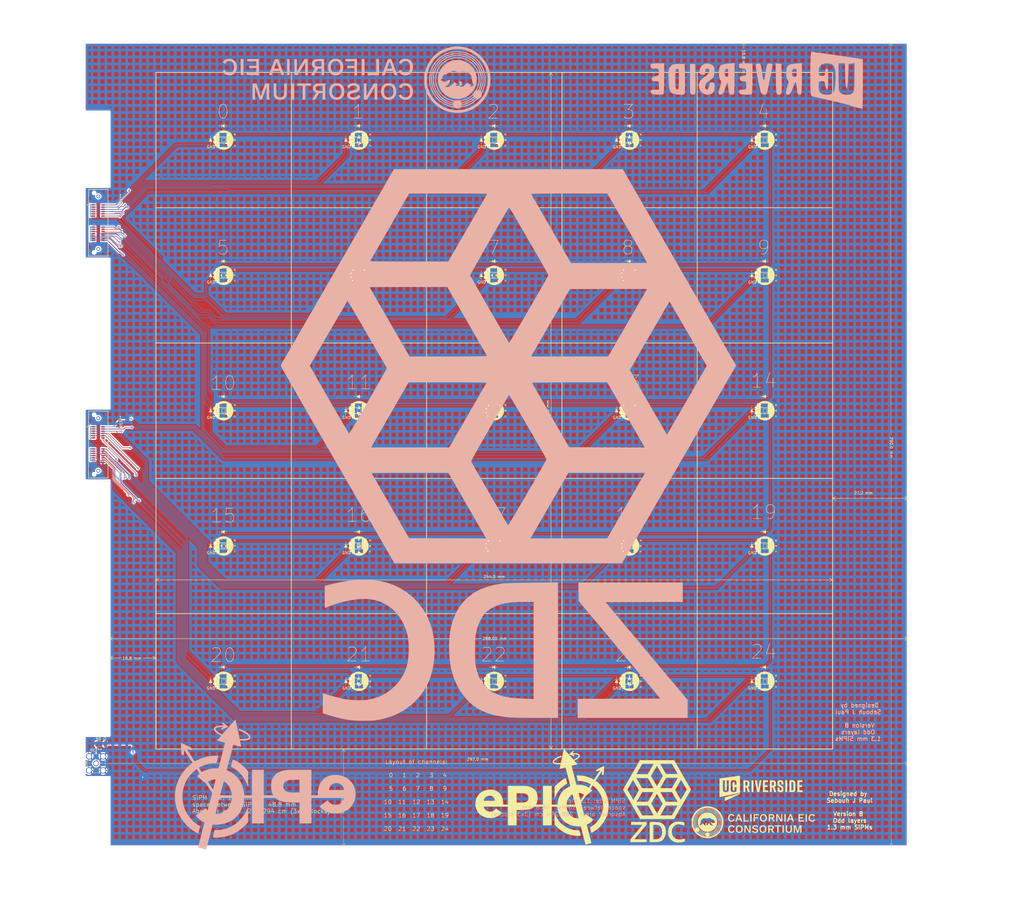
<source format=kicad_pcb>
(kicad_pcb (version 20240108) (generator "pcbnew") (generator_version "8.0")
  (layers (0 "F.Cu" signal) (31 "B.Cu" signal) (34 "B.Paste" user) (35 "F.Paste" user) (36 "B.SilkS" user "B.Silkscreen") (37 "F.SilkS" user "F.Silkscreen") (38 "B.Mask" user) (39 "F.Mask" user) (44 "Edge.Cuts" user))
  (net 0 "")
  (net 1 "GND")
  (net 2 "K0")
  (net 3 "A0")
  (net 4 "K1")
  (net 5 "A1")
  (net 6 "K2")
  (net 7 "A2")
  (net 8 "K3")
  (net 9 "A3")
  (net 10 "K4")
  (net 11 "A4")
  (net 12 "K5")
  (net 13 "A5")
  (net 14 "K6")
  (net 15 "A6")
  (net 16 "K7")
  (net 17 "A7")
  (net 18 "K8")
  (net 19 "A8")
  (net 20 "K9")
  (net 21 "A9")
  (net 22 "A10")
  (net 23 "K10")
  (net 24 "A11")
  (net 25 "K11")
  (net 26 "A12")
  (net 27 "K12")
  (net 28 "K14")
  (net 29 "A14")
  (net 30 "K13")
  (net 31 "A13")
  (net 32 "K15")
  (net 33 "A15")
  (net 34 "K16")
  (net 35 "A16")
  (net 36 "K17")
  (net 37 "A17")
  (net 38 "K18")
  (net 39 "A18")
  (net 40 "K19")
  (net 41 "A19")
  (net 42 "K20")
  (net 43 "A20")
  (net 44 "K21")
  (net 45 "A21")
  (net 46 "K22")
  (net 47 "A22")
  (net 48 "K23")
  (net 49 "A23")
  (net 50 "K24")
  (net 51 "A24")
  (net 52 "LED_input")
  (net 53 "LED_input_after_resistor")
  (footprint "SiPM:S14160-1315PS_dimple_silkscreen_with_LED_and_capacitor" (layer "F.Cu") (at 300.4 167.8)
    (property "Reference" "REF**34" (hide yes))
    (property "Value" "S14160-3015PS")
  )
  (footprint "Symbol:ZDC_logo_30x30mm" (layer "F.Cu") (at 261.068409 308.781019)
    (property "Reference" "G***" (hide yes))
    (property "Value" "LOGO" (hide yes))
  )
  (footprint "SiPM:S14160-1315PS_dimple_silkscreen_with_LED_and_capacitor" (layer "F.Cu") (at 105.2 265.4)
    (property "Reference" "REF**40" (hide yes))
    (property "Value" "S14160-3015PS")
  )
  (footprint "Connector_Coaxial:SMA_Amphenol_901-144_Vertical" (layer "F.Cu") (at 59.2 295)
    (property "Reference" "REF**")
    (property "Value" "SMA_Amphenol_901-144_Vertical")
  )
  (footprint "SiPM:S14160-1315PS_dimple_silkscreen_with_LED_and_capacitor" (layer "F.Cu") (at 105.2 167.8)
    (property "Reference" "REF**30" (hide yes))
    (property "Value" "S14160-3015PS")
  )
  (footprint "SiPM:S14160-1315PS_dimple_silkscreen_with_LED_and_capacitor" (layer "F.Cu") (at 300.4 70.2)
    (property "Reference" "REF**24" (hide yes))
    (property "Value" "S14160-3015PS")
  )
  (footprint "Connector_Samtec_HSEC8:SAMTEC_HSEC8-113-01-X-DV-A-L2" (layer "F.Cu") (at 60 100 -90)
    (property "Reference" "REF**")
    (property "Value" "SAMTEC_HSEC8-113-01-X-DV-A-L2")
  )
  (footprint "SiPM:S14160-1315PS_dimple_silkscreen_with_LED_and_capacitor" (layer "F.Cu") (at 251.6 265.4)
    (property "Reference" "REF**43" (hide yes))
    (property "Value" "S14160-3015PS")
  )
  (footprint "Symbol:ePIC_logo_5.0cm" (layer "F.Cu") (at 220 307)
    (property "Reference" "G***" (hide yes))
    (property "Value" "LOGO" (hide yes))
  )
  (footprint "SiPM:S14160-1315PS_dimple_silkscreen_with_LED_and_capacitor" (layer "F.Cu") (at 251.6 216.6)
    (property "Reference" "REF**38" (hide yes))
    (property "Value" "S14160-3015PS")
  )
  (footprint "SiPM:S14160-1315PS_dimple_silkscreen_with_LED_and_capacitor" (layer "F.Cu") (at 202.8 70.2)
    (property "Reference" "REF**22" (hide yes))
    (property "Value" "S14160-3015PS")
  )
  (footprint "Connector_Samtec_HSEC8:SAMTEC_HSEC8-113-01-X-DV-A-L2" (layer "F.Cu") (at 60 180 -90)
    (property "Reference" "REF**")
    (property "Value" "SAMTEC_HSEC8-113-01-X-DV-A-L2")
  )
  (footprint "SiPM:S14160-1315PS_dimple_silkscreen_with_LED_and_capacitor" (layer "F.Cu") (at 251.6 119)
    (property "Reference" "REF**28" (hide yes))
    (property "Value" "S14160-3015PS")
  )
  (footprint "SiPM:S14160-1315PS_dimple_silkscreen_with_LED_and_capacitor" (layer "F.Cu") (at 251.6 70.2)
    (property "Reference" "REF**23" (hide yes))
    (property "Value" "S14160-3015PS")
  )
  (footprint "SiPM:S14160-1315PS_dimple_silkscreen_with_LED_and_capacitor" (layer "F.Cu") (at 202.8 167.8)
    (property "Reference" "REF**32" (hide yes))
    (property "Value" "S14160-3015PS")
  )
  (footprint "SiPM:S14160-1315PS_dimple_silkscreen_with_LED_and_capacitor" (layer "F.Cu") (at 300.4 265.4)
    (property "Reference" "REF**44" (hide yes))
    (property "Value" "S14160-3015PS")
  )
  (footprint "SiPM:S14160-1315PS_dimple_silkscreen_with_LED_and_capacitor" (layer "F.Cu") (at 154 119)
    (property "Reference" "REF**26" (hide yes))
    (property "Value" "S14160-3015PS")
  )
  (footprint "SiPM:S14160-1315PS_dimple_silkscreen_with_LED_and_capacitor" (layer "F.Cu") (at 154 216.6)
    (property "Reference" "REF**36" (hide yes))
    (property "Value" "S14160-3015PS")
  )
  (footprint "SiPM:S14160-1315PS_dimple_silkscreen_with_LED_and_capacitor" (layer "F.Cu") (at 105.2 70.2)
    (property "Reference" "REF**20" (hide yes))
    (property "Value" "S14160-3015PS")
  )
  (footprint "Symbol:consortium_logo_5cm" (layer "F.Cu") (at 295.7 316.1)
    (property "Reference" "G***" (hide yes))
    (property "Value" "LOGO" (hide yes))
  )
  (footprint "SiPM:S14160-1315PS_dimple_silkscreen_with_LED_and_capacitor" (layer "F.Cu") (at 105.2 119)
    (property "Reference" "REF**25" (hide yes))
    (property "Value" "S14160-3015PS")
  )
  (footprint "SiPM:S14160-1315PS_dimple_silkscreen_with_LED_and_capacitor" (layer "F.Cu") (at 202.8 216.6)
    (property "Reference" "REF**37" (hide yes))
    (property "Value" "S14160-3015PS")
  )
  (footprint "SiPM:S14160-1315PS_dimple_silkscreen_with_LED_and_capacitor" (layer "F.Cu") (at 154 167.8)
    (property "Reference" "REF**31" (hide yes))
    (property "Value" "S14160-3015PS")
  )
  (footprint "SiPM:S14160-1315PS_dimple_silkscreen_with_LED_and_capacitor" (layer "F.Cu") (at 202.8 119)
    (property "Reference" "REF**27" (hide yes))
    (property "Value" "S14160-3015PS")
  )
  (footprint "SiPM:S14160-1315PS_dimple_silkscreen_with_LED_and_capacitor" (layer "F.Cu") (at 154 265.4)
    (property "Reference" "REF**41" (hide yes))
    (property "Value" "S14160-3015PS")
  )
  (footprint "SiPM:S14160-1315PS_dimple_silkscreen_with_LED_and_capacitor" (layer "F.Cu") (at 300.4 119)
    (property "Reference" "REF**29" (hide yes))
    (property "Value" "S14160-3015PS")
  )
  (footprint "Symbol:UCR_Logo_3cm" (layer "F.Cu") (at 299 304)
    (property "Reference" "G***" (hide yes))
    (property "Value" "LOGO" (hide yes))
  )
  (footprint "Resistor_SMD:R_1206_3216Metric" (layer "F.Cu") (at 61 288)
    (property "Reference" "50 Ω")
    (property "Value" "R_1206_3216Metric")
  )
  (footprint "SiPM:S14160-1315PS_dimple_silkscreen_with_LED_and_capacitor" (layer "F.Cu") (at 154 70.2)
    (property "Reference" "REF**21" (hide yes))
    (property "Value" "S14160-3015PS")
  )
  (footprint "SiPM:S14160-1315PS_dimple_silkscreen_with_LED_and_capacitor" (layer "F.Cu") (at 202.8 265.4)
    (property "Reference" "REF**42" (hide yes))
    (property "Value" "S14160-3015PS")
  )
  (footprint "SiPM:S14160-1315PS_dimple_silkscreen_with_LED_and_capacitor" (layer "F.Cu") (at 105.2 216.6)
    (property "Reference" "REF**35" (hide yes))
    (property "Value" "S14160-3015PS")
  )
  (footprint "SiPM:S14160-1315PS_dimple_silkscreen_with_LED_and_capacitor" (layer "F.Cu") (at 300.4 216.6)
    (property "Reference" "REF**39" (hide yes))
    (property "Value" "S14160-3015PS")
  )
  (footprint "SiPM:S14160-1315PS_dimple_silkscreen_with_LED_and_capacitor" (layer "F.Cu") (at 251.6 167.8)
    (property "Reference" "REF**33" (hide yes))
    (property "Value" "S14160-3015PS")
  )
  (footprint "Symbol:UCR_logo_10cm" (layer "B.Cu") (at 298.2 50.5 180)
    (property "Reference" "G***" (hide yes))
    (property "Value" "LOGO" (hide yes))
  )
  (footprint "Symbol:Consortium_logo_11cm" (layer "B.Cu") (at 152.8 48 180)
    (property "Reference" "G***" (hide yes))
    (property "Value" "LOGO" (hide yes))
  )
  (footprint "Symbol:ZDC_logo_20x20cm" (layer "B.Cu") (at 210.8 180.7 180)
    (property "Reference" "G***" (hide yes))
    (property "Value" "LOGO" (hide yes))
  )
  (footprint "Symbol:ePIC_logo_6.8cm" (layer "B.Cu") (at 120.2 302.6 180)
    (property "Reference" "G***" (hide yes))
    (property "Value" "LOGO" (hide yes))
  )
  (gr_line (start 80.8 192.2) (end 324.8 192.2) (stroke (width 0.25)) (layer "F.SilkS"))
  (gr_line (start 324.8 45.8) (end 324.8 289.8) (stroke (width 0.25)) (layer "F.SilkS"))
  (gr_line (start 227.2 45.8) (end 227.2 289.8) (stroke (width 0.25)) (layer "F.SilkS"))
  (gr_line (start 276 45.8) (end 276 289.8) (stroke (width 0.25)) (layer "F.SilkS"))
  (gr_line (start 80.8 143.4) (end 324.8 143.4) (stroke (width 0.25)) (layer "F.SilkS"))
  (gr_line (start 80.8 45.8) (end 80.8 289.8) (stroke (width 0.25)) (layer "F.SilkS"))
  (gr_line (start 80.8 94.6) (end 324.8 94.6) (stroke (width 0.25)) (layer "F.SilkS"))
  (gr_line (start 178.4 45.8) (end 178.4 289.8) (stroke (width 0.25)) (layer "F.SilkS"))
  (gr_line (start 80.8 45.8) (end 324.8 45.8) (stroke (width 0.25)) (layer "F.SilkS"))
  (gr_line (start 80.8 241) (end 324.8 241) (stroke (width 0.25)) (layer "F.SilkS"))
  (gr_line (start 129.6 45.8) (end 129.6 289.8) (stroke (width 0.25)) (layer "F.SilkS"))
  (gr_line (start 80.8 289.8) (end 324.8 289.8) (stroke (width 0.25)) (layer "F.SilkS"))
  (gr_line (start 64 113) (end 55 113) (stroke (width 0.05)) (layer "Edge.Cuts"))
  (gr_line (start 55 87) (end 55 113) (stroke (width 0.05)) (layer "Edge.Cuts"))
  (gr_line (start 55 285) (end 64 285) (stroke (width 0.05)) (layer "Edge.Cuts"))
  (gr_line (start 64 325) (end 64 300) (stroke (width 0.05)) (layer "Edge.Cuts"))
  (gr_line (start 64 285) (end 64 193) (stroke (width 0.05)) (layer "Edge.Cuts"))
  (gr_line (start 55 300) (end 55 285) (stroke (width 0.05)) (layer "Edge.Cuts"))
  (gr_line (start 64 87) (end 64 60) (stroke (width 0.05)) (layer "Edge.Cuts"))
  (gr_line (start 55 167) (end 64 167) (stroke (width 0.05)) (layer "Edge.Cuts"))
  (gr_line (start 55 60) (end 64 60) (stroke (width 0.05)) (layer "Edge.Cuts"))
  (gr_line (start 55 35) (end 352 35) (stroke (width 0.05)) (layer "Edge.Cuts"))
  (gr_line (start 55 193) (end 55 167) (stroke (width 0.05)) (layer "Edge.Cuts"))
  (gr_line (start 64 193) (end 55 193) (stroke (width 0.05)) (layer "Edge.Cuts"))
  (gr_line (start 55 87) (end 64 87) (stroke (width 0.05)) (layer "Edge.Cuts"))
  (gr_line (start 55 35) (end 55 60) (stroke (width 0.05)) (layer "Edge.Cuts"))
  (gr_line (start 352 35) (end 352 325) (stroke (width 0.05)) (layer "Edge.Cuts"))
  (gr_line (start 64 167) (end 64 113) (stroke (width 0.05)) (layer "Edge.Cuts"))
  (gr_line (start 352 325) (end 64 325) (stroke (width 0.05)) (layer "Edge.Cuts"))
  (gr_line (start 64 300) (end 55 300) (stroke (width 0.05)) (layer "Edge.Cuts"))
  (gr_text "SiPM size: 1.3 mm\nspace between SiPMs:  48.8 mm\nAbsorber area:  288x294 cm (3x3 blocks)" (at 250.3 310.9 0) (layer "B.SilkS") (effects (font (size 1.5 1.5)) (justify left mirror)))
  (gr_text "Designed by \nSebouh J Paul\n\nVersion 8 \nOdd layers\n1.3 mm SiPMs" (at 334 280.1 -0) (layer "B.SilkS") (effects (font (size 1.5 1.5) (thickness 0.3)) (justify mirror)))
  (gr_text "3" (at 251.25 60 0) (layer "F.SilkS") (effects (font (size 5 5))))
  (gr_text "17" (at 202.55 205.45 0) (layer "F.SilkS") (effects (font (size 5 5))))
  (gr_text "14" (at 300 157 0) (layer "F.SilkS") (effects (font (size 5 5))))
  (gr_text "19" (at 300 204.4 0) (layer "F.SilkS") (effects (font (size 5 5))))
  (gr_text "4" (at 300 60 0) (layer "F.SilkS") (effects (font (size 5 5))))
  (gr_text "10" (at 105 157.85 0) (layer "F.SilkS") (effects (font (size 5 5))))
  (gr_text "24" (at 300 254.75 0) (layer "F.SilkS") (effects (font (size 5 5))))
  (gr_text "Layout of channels:\n\n 0   1   2   3   4\n\n 5   6   7   8   9\n\n10  11  12  13  14\n\n15  16  17  18  19\n\n20  21  22  23  24" (at 174.7 306.5 0) (layer "F.SilkS") (effects (font (size 1.5 1.5))))
  (gr_text "1" (at 153.75 60 0) (layer "F.SilkS") (effects (font (size 5 5))))
  (gr_text "12" (at 202.55 157.65 0) (layer "F.SilkS") (effects (font (size 5 5))))
  (gr_text "5" (at 105 109 0) (layer "F.SilkS") (effects (font (size 5 5))))
  (gr_text "SiPM size: 1.3 mm\nspace between SiPMs:  48.8 mm\nAbsorber area:   288x294 cm (3x3 blocks)\n" (at 93.8 309.8 0) (layer "F.SilkS") (effects (font (size 1.5 1.5)) (justify left)))
  (gr_text "23" (at 251 255.75 0) (layer "F.SilkS") (effects (font (size 5 5))))
  (gr_text "18" (at 251 205.4 0) (layer "F.SilkS") (effects (font (size 5 5))))
  (gr_text "11" (at 154 157.6 0) (layer "F.SilkS") (effects (font (size 5 5))))
  (gr_text "6" (at 154 109 0) (layer "F.SilkS") (effects (font (size 5 5))))
  (gr_text "8" (at 251 109 0) (layer "F.SilkS") (effects (font (size 5 5))))
  (gr_text "9" (at 300 109 0) (layer "F.SilkS") (effects (font (size 5 5))))
  (gr_text "7" (at 202.55 109 0) (layer "F.SilkS") (effects (font (size 5 5))))
  (gr_text "2" (at 202.5 60 0) (layer "F.SilkS") (effects (font (size 5 5))))
  (gr_text "13" (at 251 157.6 0) (layer "F.SilkS") (effects (font (size 5 5))))
  (gr_text "20" (at 105 256 0) (layer "F.SilkS") (effects (font (size 5 5))))
  (gr_text "21" (at 154 255.75 0) (layer "F.SilkS") (effects (font (size 5 5))))
  (gr_text "16" (at 154 205.4 0) (layer "F.SilkS") (effects (font (size 5 5))))
  (gr_text "0" (at 105 60 0) (layer "F.SilkS") (effects (font (size 5 5))))
  (gr_text "Designed by \nSebouh J Paul\n\nVersion 8 \nOdd layers\n1.3 mm SiPMs" (at 331 312 0) (layer "F.SilkS") (effects (font (size 1.5 1.5) (thickness 0.3))))
  (gr_text "15" (at 105 205.65 0) (layer "F.SilkS") (effects (font (size 5 5))))
  (gr_text "22" (at 202.55 255.8 0) (layer "F.SilkS") (effects (font (size 5 5))))
  (dimension (type aligned) (layer "F.SilkS") (pts (xy 346 325) (xy 345.8 35)) (height 0) (gr_text "290.0 mm" (at 346 181.1 -89.96048568) (layer "F.SilkS") (effects (font (size 1 1) (thickness 0.15)))) (format (prefix "") (suffix "") (units 3) (units_format 1) (precision 1)) (style (thickness 0.1) (arrow_length 1.27) (text_position_mode 2) (extension_height 0.58642) (extension_offset 0.5) keep_text_aligned))
  (dimension (type aligned) (layer "F.SilkS") (pts (xy 324.8 197) (xy 352 197)) (height 2.44133) (gr_text "27.2 mm" (at 335.9 197.5 0) (layer "F.SilkS") (effects (font (size 1 1) (thickness 0.15)))) (format (prefix "") (suffix "") (units 3) (units_format 1) (precision 1)) (style (thickness 0.15) (arrow_length 1.27) (text_position_mode 2) (extension_height 0.58642) (extension_offset 0.5) keep_text_aligned))
  (dimension (type aligned) (layer "F.SilkS") (pts (xy 153.8 289.8) (xy 153.8 325)) (height 5.342349) (gr_text "35.2 mm" (at 148 310 90) (layer "F.SilkS") (effects (font (size 1 1) (thickness 0.15)))) (format (prefix "") (suffix "") (units 3) (units_format 1) (precision 1)) (style (thickness 0.1) (arrow_length 1.27) (text_position_mode 2) (extension_height 0.58642) (extension_offset 0.5) keep_text_aligned))
  (dimension (type aligned) (layer "F.SilkS") (pts (xy 64 248.062827) (xy 352 248.062827)) (height 1.937173) (gr_text "288.00 mm" (at 203 250 0) (layer "F.SilkS") (effects (font (size 1 1) (thickness 0.15)))) (format (prefix "") (suffix "") (units 3) (units_format 1) (precision 2)) (style (thickness 0.15) (arrow_length 1.27) (text_position_mode 2) (extension_height 0.58642) (extension_offset 0.5) keep_text_aligned))
  (dimension (type aligned) (layer "F.SilkS") (pts (xy 295.424329 45.8) (xy 295.4 35)) (height -2.624329) (gr_text "10.8 mm" (at 292.7 41 -89.87092556) (layer "F.SilkS") (effects (font (size 1 1) (thickness 0.15)))) (format (prefix "") (suffix "") (units 3) (units_format 1) (precision 1)) (style (thickness 0.1) (arrow_length 1.27) (text_position_mode 2) (extension_height 0.58642) (extension_offset 0.5) keep_text_aligned))
  (dimension (type aligned) (layer "F.SilkS") (pts (xy 55 295.01) (xy 352 295.01)) (height -0.01) (gr_text "297.0 mm" (at 196.8 293.5 0) (layer "F.SilkS") (effects (font (size 1 1) (thickness 0.15)))) (format (prefix "") (suffix "") (units 3) (units_format 1) (precision 1)) (style (thickness 0.1) (arrow_length 1.27) (text_position_mode 2) (extension_height 0.58642) (extension_offset 0.5) keep_text_aligned))
  (dimension (type aligned) (layer "F.SilkS") (pts (xy 324.8 289.8) (xy 324.8 45.8)) (height -101.52) (gr_text "244.0 mm" (at 222.13 167.8 90) (layer "F.SilkS") (effects (font (size 1 1) (thickness 0.15)))) (format (prefix "") (suffix "") (units 3) (units_format 1) (precision 1)) (style (thickness 0.15) (arrow_length 1.27) (text_position_mode 0) (extension_height 0.58642) (extension_offset 0.5) keep_text_aligned))
  (dimension (type aligned) (layer "F.SilkS") (pts (xy 64 255) (xy 80.8 255)) (height 2.000024) (gr_text "16.8 mm" (at 72.11087 257.089106 0) (layer "F.SilkS") (effects (font (size 1 1) (thickness 0.15)))) (format (prefix "") (suffix "") (units 3) (units_format 1) (precision 1)) (style (thickness 0.15) (arrow_length 1.27) (text_position_mode 2) (extension_height 0.58642) (extension_offset 0.5) keep_text_aligned))
  (dimension (type aligned) (layer "F.SilkS") (pts (xy 80.8 289.8) (xy 324.8 289.8)) (height -60.97) (gr_text "244.0 mm" (at 202.8 227.68 0) (layer "F.SilkS") (effects (font (size 1 1) (thickness 0.15)))) (format (prefix "") (suffix "") (units 3) (units_format 1) (precision 1)) (style (thickness 0.15) (arrow_length 1.27) (text_position_mode 0) (extension_height 0.58642) (extension_offset 0.5) keep_text_aligned))
  (segment (start 104.7 164.3) (end 103.1 165.9) (width 0.2) (layer "B.Cu") (net 0))
  (segment (start 151.9 117.1) (end 107.2 117.1) (width 0.2) (layer "B.Cu") (net 0))
  (segment (start 156 263.5) (end 200.7 263.5) (width 0.2) (layer "B.Cu") (net 0))
  (segment (start 107.2 214.7) (end 107.3 214.8) (width 0.2) (layer "B.Cu") (net 0))
  (segment (start 204.9 263.4) (end 249.4 263.4) (width 0.2) (layer "B.Cu") (net 0))
  (segment (start 151.9 165.9) (end 107.2 165.9) (width 0.2) (layer "B.Cu") (net 0))
  (segment (start 253.6 68.3) (end 298.3 68.3) (width 0.2) (layer "B.Cu") (net 0))
  (segment (start 253.7 214.6) (end 298.2 214.6) (width 0.2) (layer "B.Cu") (net 0))
  (segment (start 156 68.3) (end 200.7 68.3) (width 0.2) (layer "B.Cu") (net 0))
  (segment (start 156.1 214.8) (end 200.6 214.8) (width 0.2) (layer "B.Cu") (net 0))
  (segment (start 253.6 165.9) (end 298.3 165.9) (width 0.2) (layer "B.Cu") (net 0))
  (segment (start 253.7 263.6) (end 298.2 263.6) (width 0.2) (layer "B.Cu") (net 0))
  (segment (start 204.8 68.3) (end 249.5 68.3) (width 0.2) (layer "B.Cu") (net 0))
  (segment (start 204.8 263.5) (end 204.9 263.4) (width 0.2) (layer "B.Cu") (net 0))
  (segment (start 249.4 263.4) (end 249.5 263.5) (width 0.2) (layer "B.Cu") (net 0))
  (segment (start 103.1 262.9) (end 106.1 259.9) (width 0.2) (layer "B.Cu") (net 0))
  (segment (start 253.6 117.1) (end 253.7 117.2) (width 0.2) (layer "B.Cu") (net 0))
  (segment (start 300.5 164.3) (end 104.7 164.3) (width 0.2) (layer "B.Cu") (net 0))
  (segment (start 156 117.1) (end 200.7 117.1) (width 0.2) (layer "B.Cu") (net 0))
  (segment (start 302.4 117.1) (end 302.4 162.4) (width 0.2) (layer "B.Cu") (net 0))
  (segment (start 105 115.2) (end 103.1 117.1) (width 0.2) (layer "B.Cu") (net 0))
  (segment (start 200.6 214.8) (end 200.7 214.7) (width 0.2) (layer "B.Cu") (net 0))
  (segment (start 150.15 261.75) (end 151.9 263.5) (width 0.2) (layer "B.Cu") (net 0))
  (segment (start 302.4 114.8) (end 302 115.2) (width 0.2) (layer "B.Cu") (net 0))
  (segment (start 249.4 214.8) (end 249.5 214.7) (width 0.2) (layer "B.Cu") (net 0))
  (segment (start 302.4 68.3) (end 302.4 114.8) (width 0.2) (layer "B.Cu") (net 0))
  (segment (start 249.5 117.1) (end 204.8 117.1) (width 0.2) (layer "B.Cu") (net 0))
  (segment (start 204.9 214.8) (end 249.4 214.8) (width 0.2) (layer "B.Cu") (net 0))
  (segment (start 302 115.2) (end 105 115.2) (width 0.2) (layer "B.Cu") (net 0))
  (segment (start 151.8 214.8) (end 151.9 214.7) (width 0.2) (layer "B.Cu") (net 0))
  (segment (start 302.4 210.2) (end 300.5 212.1) (width 0.2) (layer "B.Cu") (net 0))
  (segment (start 108.95 261.75) (end 150.15 261.75) (width 0.2) (layer "B.Cu") (net 0))
  (segment (start 204.9 165.8) (end 249.4 165.8) (width 0.2) (layer "B.Cu") (net 0))
  (segment (start 249.4 165.8) (end 249.5 165.9) (width 0.2) (layer "B.Cu") (net 0))
  (segment (start 302.4 258) (end 300.5 259.9) (width 0.2) (layer "B.Cu") (net 0))
  (segment (start 106.1 259.9) (end 105.35 260.65) (width 0.2) (layer "B.Cu") (net 0))
  (segment (start 298.2 214.6) (end 298.3 214.7) (width 0.2) (layer "B.Cu") (net 0))
  (segment (start 107.3 214.8) (end 151.8 214.8) (width 0.2) (layer "B.Cu") (net 0))
  (segment (start 105.7 212.1) (end 103.1 214.7) (width 0.2) (layer "B.Cu") (net 0))
  (segment (start 298.2 263.6) (end 298.3 263.5) (width 0.2) (layer "B.Cu") (net 0))
  (segment (start 298.2 117.2) (end 298.3 117.1) (width 0.2) (layer "B.Cu") (net 0))
  (segment (start 253.7 117.2) (end 298.2 117.2) (width 0.2) (layer "B.Cu") (net 0))
  (segment (start 302.4 162.4) (end 300.5 164.3) (width 0.2) (layer "B.Cu") (net 0))
  (segment (start 103.1 263.5) (end 103.1 262.9) (width 0.2) (layer "B.Cu") (net 0))
  (segment (start 156 214.7) (end 156.1 214.8) (width 0.2) (layer "B.Cu") (net 0))
  (segment (start 302.4 214.7) (end 302.4 258) (width 0.2) (layer "B.Cu") (net 0))
  (segment (start 302.4 165.9) (end 302.4 210.2) (width 0.2) (layer "B.Cu") (net 0))
  (segment (start 107.2 263.5) (end 108.95 261.75) (width 0.2) (layer "B.Cu") (net 0))
  (segment (start 300.5 212.1) (end 105.7 212.1) (width 0.2) (layer "B.Cu") (net 0))
  (segment (start 253.6 214.7) (end 253.7 214.6) (width 0.2) (layer "B.Cu") (net 0))
  (segment (start 156 165.9) (end 156.1 166) (width 0.2) (layer "B.Cu") (net 0))
  (segment (start 200.6 166) (end 200.7 165.9) (width 0.2) (layer "B.Cu") (net 0))
  (segment (start 107.2 68.3) (end 151.9 68.3) (width 0.2) (layer "B.Cu") (net 0))
  (segment (start 156.1 166) (end 200.6 166) (width 0.2) (layer "B.Cu") (net 0))
  (segment (start 204.8 165.9) (end 204.9 165.8) (width 0.2) (layer "B.Cu") (net 0))
  (segment (start 204.8 214.7) (end 204.9 214.8) (width 0.2) (layer "B.Cu") (net 0))
  (segment (start 300.5 259.9) (end 106.1 259.9) (width 0.2) (layer "B.Cu") (net 0))
  (segment (start 74.975 301.025) (end 68.025 301.025) (width 0.25) (layer "F.Cu") (net 1))
  (segment (start 68.9 286) (end 58 286) (width 0.2) (layer "F.Cu") (net 1))
  (segment (start 56.46 297.54) (end 61.54 297.54) (width 0.2) (layer "F.Cu") (net 1))
  (segment (start 64.54 297.54) (end 61.54 297.54) (width 0.25) (layer "F.Cu") (net 1))
  (segment (start 65.2 189.2) (end 65.2 192.697058) (width 0.2) (layer "F.Cu") (net 1))
  (segment (start 65.2 192.697058) (end 68.9 196.397058) (width 0.2) (layer "F.Cu") (net 1))
  (segment (start 61.7 186.4) (end 62.4 186.4) (width 0.2) (layer "F.Cu") (net 1))
  (segment (start 76 300) (end 74.975 301.025) (width 0.25) (layer "F.Cu") (net 1))
  (segment (start 68.025 301.025) (end 64.54 297.54) (width 0.25) (layer "F.Cu") (net 1))
  (segment (start 58 286) (end 56.46 287.54) (width 0.2) (layer "F.Cu") (net 1))
  (segment (start 56.46 297.54) (end 56.46 292.46) (width 0.2) (layer "F.Cu") (net 1))
  (segment (start 58.3 186.4) (end 61.7 186.4) (width 0.2) (layer "F.Cu") (net 1))
  (segment (start 62.4 186.4) (end 65.2 189.2) (width 0.2) (layer "F.Cu") (net 1))
  (segment (start 56.46 287.54) (end 56.46 292.46) (width 0.2) (layer "F.Cu") (net 1))
  (segment (start 68.9 196.397058) (end 68.9 286) (width 0.2) (layer "F.Cu") (net 1))
  (via (at 76 300) (size 0.8) (drill 0.4) (layers "F.Cu" "B.Cu") (net 1))
  (segment (start 105.8 263.5) (end 108.4 260.9) (width 0.2) (layer "B.Cu") (net 1))
  (segment (start 201.1 267.3) (end 202.9 265.5) (width 0.2) (layer "B.Cu") (net 1))
  (segment (start 300.2 116) (end 250.7 116) (width 0.2) (layer "B.Cu") (net 1))
  (segment (start 249.3 169.7) (end 250.7 168.3) (width 0.2) (layer "B.Cu") (net 1))
  (segment (start 300.6 167.2) (end 300.6 165) (width 0.2) (layer "B.Cu") (net 1))
  (segment (start 250.7 265.9) (end 250.7 265.5) (width 0.2) (layer "B.Cu") (net 1))
  (segment (start 104.6 118.8) (end 104.6 119) (width 0.2) (layer "B.Cu") (net 1))
  (segment (start 304.4 116) (end 304.4 117.6) (width 0.2) (layer "B.Cu") (net 1))
  (segment (start 250.9 213.1) (end 202.9 213.1) (width 0.2) (layer "B.Cu") (net 1))
  (segment (start 153 266) (end 154 265) (width 0.2) (layer "B.Cu") (net 1))
  (segment (start 152.45 217.75) (end 151.7 218.5) (width 0.2) (layer "B.Cu") (net 1))
  (segment (start 203 118.4) (end 200.5 120.9) (width 0.2) (layer "B.Cu") (net 1))
  (segment (start 153.6 119) (end 153.6 116.4) (width 0.2) (layer "B.Cu") (net 1))
  (segment (start 203 116) (end 203 118.4) (width 0.2) (layer "B.Cu") (net 1))
  (segment (start 252.2 66.2) (end 300.5 66.2) (width 0.2) (layer "B.Cu") (net 1))
  (segment (start 304.4 163.6) (end 303.2 163.6) (width 0.2) (layer "B.Cu") (net 1))
  (segment (start 153 266) (end 151.7 267.3) (width 0.2) (layer "B.Cu") (net 1))
  (segment (start 250.7 213.1) (end 300.4 213.1) (width 0.2) (layer "B.Cu") (net 1))
  (segment (start 202.85 71.4) (end 201.2 71.4) (width 0.2) (layer "B.Cu") (net 1))
  (segment (start 153.1 72.1) (end 153.8 71.4) (width 0.2) (layer "B.Cu") (net 1))
  (segment (start 300.5 69.7) (end 300.5 66.2) (width 0.2) (layer "B.Cu") (net 1))
  (segment (start 295.5 298.1) (end 301.58505 292.01495) (width 0.25) (layer "B.Cu") (net 1))
  (segment (start 200.5 267.3) (end 201.1 267.3) (width 0.2) (layer "B.Cu") (net 1))
  (segment (start 151.7 120.9) (end 153.6 119) (width 0.2) (layer "B.Cu") (net 1))
  (segment (start 250.4 165) (end 202.4 165) (width 0.2) (layer "B.Cu") (net 1))
  (segment (start 300.2 116) (end 300 116.2) (width 0.2) (layer "B.Cu") (net 1))
  (segment (start 104.6 117) (end 104.6 118.2) (width 0.2) (layer "B.Cu") (net 1))
  (segment (start 250.7 168.3) (end 250.7 165.3) (width 0.2) (layer "B.Cu") (net 1))
  (segment (start 304.4 163.6) (end 304.4 260.68995) (width 0.2) (layer "B.Cu") (net 1))
  (segment (start 104.9 66.5) (end 104.9 70.1) (width 0.2) (layer "B.Cu") (net 1))
  (segment (start 202.9 260.9) (end 202.9 265.5) (width 0.2) (layer "B.Cu") (net 1))
  (segment (start 298.1 267.3) (end 299.1 267.3) (width 0.2) (layer "B.Cu") (net 1))
  (segment (start 301.58505 292.01495) (end 304.275 292.01495) (width 0.25) (layer "B.Cu") (net 1))
  (segment (start 153.6 116.4) (end 105.2 116.4) (width 0.2) (layer "B.Cu") (net 1))
  (segment (start 104.9 66.5) (end 103.1 68.3) (width 0.2) (layer "B.Cu") (net 1))
  (segment (start 153.8 66.2) (end 203 66.2) (width 0.2) (layer "B.Cu") (net 1))
  (segment (start 249.3 120.8) (end 250.7 119.4) (width 0.2) (layer "B.Cu") (net 1))
  (segment (start 102.9 120.9) (end 104.6 119.2) (width 0.2) (layer "B.Cu") (net 1))
  (segment (start 300.8 260.9) (end 298.7 260.9) (width 0.2) (layer "B.Cu") (net 1))
  (segment (start 202.4 167.8) (end 202.4 165) (width 0.2) (layer "B.Cu") (net 1))
  (segment (start 251 165) (end 250.7 165.3) (width 0.2) (layer "B.Cu") (net 1))
  (segment (start 304.275 261) (end 304.175 260.9) (width 0.2) (layer "B.Cu") (net 1))
  (segment (start 250.9 260.9) (end 202.9 260.9) (width 0.2) (layer "B.Cu") (net 1))
  (segment (start 300 116.2) (end 300 119) (width 0.2) (layer "B.Cu") (net 1))
  (segment (start 104.6 119.2) (end 104.6 118.2) (width 0.2) (layer "B.Cu") (net 1))
  (segment (start 203 66.2) (end 252.2 66.2) (width 0.2) (layer "B.Cu") (net 1))
  (segment (start 249.3 218.5) (end 249.9 218.5) (width 0.2) (layer "B.Cu") (net 1))
  (segment (start 104.6 166.4) (end 104.6 168) (width 0.2) (layer "B.Cu") (net 1))
  (segment (start 304.175 260.9) (end 300.8 260.9) (width 0.2) (layer "B.Cu") (net 1))
  (segment (start 298.7 260.9) (end 250.7 260.9) (width 0.2) (layer "B.Cu") (net 1))
  (segment (start 155.3 213.1) (end 106 213.1) (width 0.2) (layer "B.Cu") (net 1))
  (segment (start 105.2 116.4) (end 104.6 117) (width 0.2) (layer "B.Cu") (net 1))
  (segment (start 102.9 267.3) (end 105.8 264.4) (width 0.2) (layer "B.Cu") (net 1))
  (segment (start 154 260.9) (end 203.1 260.9) (width 0.2) (layer "B.Cu") (net 1))
  (segment (start 249.3 120.9) (end 249.3 120.8) (width 0.2) (layer "B.Cu") (net 1))
  (segment (start 107.2 66.4) (end 107.4 66.2) (width 0.2) (layer "B.Cu") (net 1))
  (segment (start 201.2 71.4) (end 200.5 72.1) (width 0.2) (layer "B.Cu") (net 1))
  (segment (start 300.4 216.2) (end 300.4 213.1) (width 0.2) (layer "B.Cu") (net 1))
  (segment (start 104.6 118.2) (end 104.6 118.8) (width 0.2) (layer "B.Cu") (net 1))
  (segment (start 298.1 169.7) (end 300.6 167.2) (width 0.2) (layer "B.Cu") (net 1))
  (segment (start 153.8 71.4) (end 153.8 66.2) (width 0.2) (layer "B.Cu") (net 1))
  (segment (start 249.9 218.5) (end 250.7 217.7) (width 0.2) (layer "B.Cu") (net 1))
  (segment (start 154 265) (end 154 260.9) (width 0.2) (layer "B.Cu") (net 1))
  (segment (start 155 165) (end 106 165) (width 0.2) (layer "B.Cu") (net 1))
  (segment (start 203.1 213.1) (end 154.4 213.1) (width 0.2) (layer "B.Cu") (net 1))
  (segment (start 154 116) (end 153.6 116.4) (width 0.2) (layer "B.Cu") (net 1))
  (segment (start 250.7 260.9) (end 250.7 265.5) (width 0.2) (layer "B.Cu") (net 1))
  (segment (start 299.1 267.3) (end 300.8 265.6) (width 0.2) (layer "B.Cu") (net 1))
  (segment (start 77.9 298.1) (end 295.5 298.1) (width 0.25) (layer "B.Cu") (net 1))
  (segment (start 107.4 66.2) (end 153.8 66.2) (width 0.2) (layer "B.Cu") (net 1))
  (segment (start 301.8 165) (end 251 165) (width 0.2) (layer "B.Cu") (net 1))
  (segment (start 202.9 216.1) (end 200.5 218.5) (width 0.2) (layer "B.Cu") (net 1))
  (segment (start 250.7 165.3) (end 250.4 165) (width 0.2) (layer "B.Cu") (net 1))
  (segment (start 154 165) (end 153.8 165.2) (width 0.2) (layer "B.Cu") (net 1))
  (segment (start 304.4 260.68995) (end 304.275 260.81495) (width 0.2) (layer "B.Cu") (net 1))
  (segment (start 105 66.4) (end 107.2 66.4) (width 0.2) (layer "B.Cu") (net 1))
  (segment (start 104.9 66.5) (end 105 66.4) (width 0.2) (layer "B.Cu") (net 1))
  (segment (start 252.2 69.2) (end 252.2 66.2) (width 0.2) (layer "B.Cu") (net 1))
  (segment (start 304.4 117.6) (end 304.4 163.6) (width 0.2) (layer "B.Cu") (net 1))
  (segment (start 154.4 213.1) (end 154.4 215.8) (width 0.2) (layer "B.Cu") (net 1))
  (segment (start 300.8 265.6) (end 300.8 260.9) (width 0.2) (layer "B.Cu") (net 1))
  (segment (start 202.85 66.35) (end 203 66.2) (width 0.2) (layer "B.Cu") (net 1))
  (segment (start 76 300) (end 77.9 298.1) (width 0.25) (layer "B.Cu") (net 1))
  (segment (start 104.9 70.1) (end 102.9 72.1) (width 0.2) (layer "B.Cu") (net 1))
  (segment (start 249.3 267.3) (end 250.7 265.9) (width 0.2) (layer "B.Cu") (net 1))
  (segment (start 201.3 168.9) (end 202.4 167.8) (width 0.2) (layer "B.Cu") (net 1))
  (segment (start 151.7 72.1) (end 153.1 72.1) (width 0.2) (layer "B.Cu") (net 1))
  (segment (start 304.275 292.01495) (end 304.275 260.81495) (width 0.25) (layer "B.Cu") (net 1))
  (segment (start 300 119) (end 298.1 120.9) (width 0.2) (layer "B.Cu") (net 1))
  (segment (start 154.4 215.8) (end 152.45 217.75) (width 0.2) (layer "B.Cu") (net 1))
  (segment (start 153.8 167.6) (end 151.7 169.7) (width 0.2) (layer "B.Cu") (net 1))
  (segment (start 202.4 165) (end 154 165) (width 0.2) (layer "B.Cu") (net 1))
  (segment (start 304.4 68.8) (end 304.4 116) (width 0.2) (layer "B.Cu") (net 1))
  (segment (start 153.8 165.2) (end 153.8 167.6) (width 0.2) (layer "B.Cu") (net 1))
  (segment (start 104.6 168) (end 102.9 169.7) (width 0.2) (layer "B.Cu") (net 1))
  (segment (start 201.3 168.9) (end 200.5 169.7) (width 0.2) (layer "B.Cu") (net 1))
  (segment (start 106 165) (end 104.6 166.4) (width 0.2) (layer "B.Cu") (net 1))
  (segment (start 249.3 72.1) (end 252.2 69.2) (width 0.2) (layer "B.Cu") (net 1))
  (segment (start 250.7 217.7) (end 250.7 213.1) (width 0.2) (layer "B.Cu") (net 1))
  (segment (start 250.7 116) (end 203 116) (width 0.2) (layer "B.Cu") (net 1))
  (segment (start 106 213.1) (end 106 215.4) (width 0.2) (layer "B.Cu") (net 1))
  (segment (start 304.4 116) (end 300.2 116) (width 0.2) (layer "B.Cu") (net 1))
  (segment (start 301.8 66.2) (end 304.4 68.8) (width 0.2) (layer "B.Cu") (net 1))
  (segment (start 202.9 213.1) (end 202.9 216.1) (width 0.2) (layer "B.Cu") (net 1))
  (segment (start 105.8 264.4) (end 105.8 263.5) (width 0.2) (layer "B.Cu") (net 1))
  (segment (start 203 116) (end 154 116) (width 0.2) (layer "B.Cu") (net 1))
  (segment (start 202.85 71.4) (end 202.85 66.35) (width 0.2) (layer "B.Cu") (net 1))
  (segment (start 250.7 119.4) (end 250.7 116) (width 0.2) (layer "B.Cu") (net 1))
  (segment (start 300.5 66.2) (end 301.8 66.2) (width 0.2) (layer "B.Cu") (net 1))
  (segment (start 298.1 72.1) (end 300.5 69.7) (width 0.2) (layer "B.Cu") (net 1))
  (segment (start 304.4 213.1) (end 300.4 213.1) (width 0.2) (layer "B.Cu") (net 1))
  (segment (start 298.1 218.5) (end 300.4 216.2) (width 0.2) (layer "B.Cu") (net 1))
  (segment (start 108.4 260.9) (end 155.3 260.9) (width 0.2) (layer "B.Cu") (net 1))
  (segment (start 303.2 163.6) (end 301.8 165) (width 0.2) (layer "B.Cu") (net 1))
  (segment (start 106 215.4) (end 102.9 218.5) (width 0.2) (layer "B.Cu") (net 1))
  (segment (start 66.2 93.6) (end 61.7 93.6) (width 0.2) (layer "F.Cu") (net 2))
  (segment (start 71.1 88.7) (end 66.2 93.6) (width 0.2) (layer "F.Cu") (net 2))
  (segment (start 71.1 88.4) (end 71.1 88.7) (width 0.2) (layer "F.Cu") (net 2))
  (via (at 71.1 88.4) (size 0.6) (drill 0.3) (layers "F.Cu" "B.Cu") (net 2))
  (segment (start 100.6 71.65) (end 100.6 71.15) (width 0.2) (layer "B.Cu") (net 2))
  (segment (start 100.6 71.15) (end 102.35 69.4) (width 0.2) (layer "B.Cu") (net 2))
  (segment (start 100.65 71.65) (end 100.6 71.65) (width 0.2) (layer "B.Cu") (net 2))
  (segment (start 71.1 88.4) (end 87.85 71.65) (width 0.2) (layer "B.Cu") (net 2))
  (segment (start 87.85 71.65) (end 100.6 71.65) (width 0.2) (layer "B.Cu") (net 2))
  (segment (start 58.35 93.6) (end 57.25 93.6) (width 0.2) (layer "F.Cu") (net 3))
  (via (at 57.25 93.6) (size 0.6) (drill 0.3) (layers "F.Cu" "B.Cu") (net 3))
  (segment (start 88.35 72.05) (end 66.8 93.6) (width 0.2) (layer "B.Cu") (net 3))
  (segment (start 66.8 93.6) (end 57.25 93.6) (width 0.2) (layer "B.Cu") (net 3))
  (segment (start 102.35 70.9) (end 101.2 72.05) (width 0.2) (layer "B.Cu") (net 3))
  (segment (start 101.2 72.05) (end 88.35 72.05) (width 0.2) (layer "B.Cu") (net 3))
  (segment (start 66.84853 94.4) (end 61.7 94.4) (width 0.2) (layer "F.Cu") (net 4))
  (segment (start 68.124265 93.124265) (end 66.84853 94.4) (width 0.2) (layer "F.Cu") (net 4))
  (via (at 68.124265 93.124265) (size 0.6) (drill 0.3) (layers "F.Cu" "B.Cu") (net 4))
  (segment (start 148.725 75.325) (end 138.75 85.3) (width 0.2) (layer "B.Cu") (net 4))
  (segment (start 75.94853 85.3) (end 68.124265 93.124265) (width 0.2) (layer "B.Cu") (net 4))
  (segment (start 148.725 75.325) (end 148.725 70.675) (width 0.2) (layer "B.Cu") (net 4))
  (segment (start 150 69.4) (end 151.15 69.4) (width 0.2) (layer "B.Cu") (net 4))
  (segment (start 138.75 85.3) (end 75.94853 85.3) (width 0.2) (layer "B.Cu") (net 4))
  (segment (start 148.725 70.675) (end 150 69.4) (width 0.2) (layer "B.Cu") (net 4))
  (segment (start 58.35 94.4) (end 57.25 94.4) (width 0.2) (layer "F.Cu") (net 5))
  (via (at 57.25 94.4) (size 0.6) (drill 0.3) (layers "F.Cu" "B.Cu") (net 5))
  (segment (start 57.25 94.4) (end 67.765686 94.4) (width 0.2) (layer "B.Cu") (net 5))
  (segment (start 139.8 85.7) (end 140 85.9) (width 0.2) (layer "B.Cu") (net 5))
  (segment (start 67.765686 94.4) (end 76.465686 85.7) (width 0.2) (layer "B.Cu") (net 5))
  (segment (start 150 75.9) (end 150 72.05) (width 0.2) (layer "B.Cu") (net 5))
  (segment (start 150 72.05) (end 151.15 70.9) (width 0.2) (layer "B.Cu") (net 5))
  (segment (start 140 85.9) (end 150 75.9) (width 0.2) (layer "B.Cu") (net 5))
  (segment (start 76.465686 85.7) (end 139.8 85.7) (width 0.2) (layer "B.Cu") (net 5))
  (segment (start 68 94.2) (end 67 95.2) (width 0.2) (layer "F.Cu") (net 6))
  (segment (start 69 94.2) (end 68 94.2) (width 0.2) (layer "F.Cu") (net 6))
  (segment (start 69.6 93.6) (end 69 94.2) (width 0.2) (layer "F.Cu") (net 6))
  (segment (start 67 95.2) (end 61.7 95.2) (width 0.2) (layer "F.Cu") (net 6))
  (via (at 69.6 93.6) (size 0.6) (drill 0.3) (layers "F.Cu" "B.Cu") (net 6))
  (segment (start 76.9 86.3) (end 69.6 93.6) (width 0.2) (layer "B.Cu") (net 6))
  (segment (start 101.3 86.5) (end 101.1 86.3) (width 0.2) (layer "B.Cu") (net 6))
  (segment (start 197.3 72.05) (end 199.95 69.4) (width 0.2) (layer "B.Cu") (net 6))
  (segment (start 101.1 86.3) (end 76.9 86.3) (width 0.2) (layer "B.Cu") (net 6))
  (segment (start 197.3 73.9) (end 197.3 72.05) (width 0.2) (layer "B.Cu") (net 6))
  (segment (start 197.3 73.9) (end 184.7 86.5) (width 0.2) (layer "B.Cu") (net 6))
  (segment (start 184.7 86.5) (end 101.3 86.5) (width 0.2) (layer "B.Cu") (net 6))
  (segment (start 58.35 95.2) (end 57.25 95.2) (width 0.2) (layer "F.Cu") (net 7))
  (via (at 57.25 95.2) (size 0.6) (drill 0.3) (layers "F.Cu" "B.Cu") (net 7))
  (segment (start 186.8 86.9) (end 77.148529 86.9) (width 0.2) (layer "B.Cu") (net 7))
  (segment (start 199 74.7) (end 186.8 86.9) (width 0.2) (layer "B.Cu") (net 7))
  (segment (start 199 71.85) (end 199 74.7) (width 0.2) (layer "B.Cu") (net 7))
  (segment (start 199.95 70.9) (end 199 71.85) (width 0.2) (layer "B.Cu") (net 7))
  (segment (start 77.148529 86.9) (end 68.848529 95.2) (width 0.2) (layer "B.Cu") (net 7))
  (segment (start 68.848529 95.2) (end 57.25 95.2) (width 0.2) (layer "B.Cu") (net 7))
  (segment (start 68.4 96) (end 61.7 96) (width 0.2) (layer "F.Cu") (net 8))
  (segment (start 69.9 94.5) (end 68.4 96) (width 0.2) (layer "F.Cu") (net 8))
  (segment (start 70.5 94.5) (end 69.9 94.5) (width 0.2) (layer "F.Cu") (net 8))
  (via (at 70.5 94.5) (size 0.6) (drill 0.3) (layers "F.Cu" "B.Cu") (net 8))
  (segment (start 77.314215 87.3) (end 232.35 87.3) (width 0.2) (layer "B.Cu") (net 8))
  (segment (start 247.325 70.825) (end 248.75 69.4) (width 0.2) (layer "B.Cu") (net 8))
  (segment (start 70.5 94.114215) (end 77.314215 87.3) (width 0.2) (layer "B.Cu") (net 8))
  (segment (start 232.35 87.3) (end 247.325 72.325) (width 0.2) (layer "B.Cu") (net 8))
  (segment (start 70.5 94.5) (end 70.5 94.114215) (width 0.2) (layer "B.Cu") (net 8))
  (segment (start 247.325 72.325) (end 247.325 70.825) (width 0.2) (layer "B.Cu") (net 8))
  (segment (start 58.35 96) (end 57.25 96) (width 0.2) (layer "F.Cu") (net 9))
  (via (at 57.25 96) (size 0.6) (drill 0.3) (layers "F.Cu" "B.Cu") (net 9))
  (segment (start 248 71.65) (end 248 73.2) (width 0.2) (layer "B.Cu") (net 9))
  (segment (start 248 73.2) (end 232.9 88.3) (width 0.2) (layer "B.Cu") (net 9))
  (segment (start 71.1 94.748529) (end 69.848529 96) (width 0.2) (layer "B.Cu") (net 9))
  (segment (start 232.9 88.3) (end 107.1 88.3) (width 0.2) (layer "B.Cu") (net 9))
  (segment (start 69.848529 96) (end 57.25 96) (width 0.2) (layer "B.Cu") (net 9))
  (segment (start 248.75 70.9) (end 248 71.65) (width 0.2) (layer "B.Cu") (net 9))
  (segment (start 77.479901 87.7) (end 71.1 94.079901) (width 0.2) (layer "B.Cu") (net 9))
  (segment (start 71.1 94.079901) (end 71.1 94.748529) (width 0.2) (layer "B.Cu") (net 9))
  (segment (start 107.1 88.3) (end 106.5 87.7) (width 0.2) (layer "B.Cu") (net 9))
  (segment (start 106.5 87.7) (end 77.479901 87.7) (width 0.2) (layer "B.Cu") (net 9))
  (segment (start 68.7 96.6) (end 66.1 96.6) (width 0.2) (layer "F.Cu") (net 10))
  (segment (start 66.1 96.6) (end 65.9 96.8) (width 0.2) (layer "F.Cu") (net 10))
  (segment (start 65.9 96.8) (end 61.7 96.8) (width 0.2) (layer "F.Cu") (net 10))
  (via (at 68.7 96.6) (size 0.6) (drill 0.3) (layers "F.Cu" "B.Cu") (net 10))
  (segment (start 77.045587 88.7) (end 278.25 88.7) (width 0.2) (layer "B.Cu") (net 10))
  (segment (start 71.5 94.245587) (end 77.045587 88.7) (width 0.2) (layer "B.Cu") (net 10))
  (segment (start 278.25 88.7) (end 297.55 69.4) (width 0.2) (layer "B.Cu") (net 10))
  (segment (start 69.814215 96.6) (end 71.5 94.914215) (width 0.2) (layer "B.Cu") (net 10))
  (segment (start 68.7 96.6) (end 69.814215 96.6) (width 0.2) (layer "B.Cu") (net 10))
  (segment (start 71.5 94.914215) (end 71.5 94.245587) (width 0.2) (layer "B.Cu") (net 10))
  (segment (start 58.35 96.8) (end 57.25 96.8) (width 0.2) (layer "F.Cu") (net 11))
  (via (at 57.25 96.8) (size 0.6) (drill 0.3) (layers "F.Cu" "B.Cu") (net 11))
  (segment (start 295.8 72.65) (end 295.8 73.15) (width 0.2) (layer "B.Cu") (net 11))
  (segment (start 67.848529 96.8) (end 57.25 96.8) (width 0.2) (layer "B.Cu") (net 11))
  (segment (start 295.8 73.15) (end 279.85 89.1) (width 0.2) (layer "B.Cu") (net 11))
  (segment (start 297.55 70.9) (end 295.8 72.65) (width 0.2) (layer "B.Cu") (net 11))
  (segment (start 279.85 89.1) (end 77.879901 89.1) (width 0.2) (layer "B.Cu") (net 11))
  (segment (start 77.879901 89.1) (end 69.479901 97.5) (width 0.2) (layer "B.Cu") (net 11))
  (segment (start 68.548529 97.5) (end 67.848529 96.8) (width 0.2) (layer "B.Cu") (net 11))
  (segment (start 69.479901 97.5) (end 68.548529 97.5) (width 0.2) (layer "B.Cu") (net 11))
  (segment (start 61.7 97.6) (end 67.8 97.6) (width 0.2) (layer "F.Cu") (net 12))
  (via (at 67.8 97.6) (size 0.6) (drill 0.3) (layers "F.Cu" "B.Cu") (net 12))
  (segment (start 98.7 125.9) (end 94.9 125.9) (width 0.2) (layer "B.Cu") (net 12))
  (segment (start 82.7 113.7) (end 82.7 112.5) (width 0.2) (layer "B.Cu") (net 12))
  (segment (start 98.7 121.85) (end 98.7 125.9) (width 0.2) (layer "B.Cu") (net 12))
  (segment (start 94.9 125.9) (end 82.7 113.7) (width 0.2) (layer "B.Cu") (net 12))
  (segment (start 102.35 118.2) (end 98.7 121.85) (width 0.2) (layer "B.Cu") (net 12))
  (segment (start 82.7 112.5) (end 67.8 97.6) (width 0.2) (layer "B.Cu") (net 12))
  (segment (start 58.35 97.6) (end 57.25 97.6) (width 0.2) (layer "F.Cu") (net 13))
  (via (at 57.25 97.6) (size 0.6) (drill 0.3) (layers "F.Cu" "B.Cu") (net 13))
  (segment (start 57.85 98.2) (end 57.25 97.6) (width 0.2) (layer "B.Cu") (net 13))
  (segment (start 99.1 122.95) (end 102.35 119.7) (width 0.2) (layer "B.Cu") (net 13))
  (segment (start 94.734314 126.3) (end 99.1 126.3) (width 0.2) (layer "B.Cu") (net 13))
  (segment (start 67.3 98.2) (end 67.3 98.865686) (width 0.2) (layer "B.Cu") (net 13))
  (segment (start 67.3 98.865686) (end 94.734314 126.3) (width 0.2) (layer "B.Cu") (net 13))
  (segment (start 67.3 98.2) (end 57.85 98.2) (width 0.2) (layer "B.Cu") (net 13))
  (segment (start 99.1 126.3) (end 99.115686 126.3) (width 0.2) (layer "B.Cu") (net 13))
  (segment (start 99.1 126.3) (end 99.1 122.95) (width 0.2) (layer "B.Cu") (net 13))
  (segment (start 67.4 101.6) (end 61.7 101.6) (width 0.2) (layer "F.Cu") (net 14))
  (via (at 67.4 101.6) (size 0.6) (drill 0.3) (layers "F.Cu" "B.Cu") (net 14))
  (segment (start 67.4 101.6) (end 69.468628 101.6) (width 0.2) (layer "B.Cu") (net 14))
  (segment (start 105.9 133.1) (end 99.390686 126.590686) (width 0.2) (layer "B.Cu") (net 14))
  (segment (start 69.468628 101.6) (end 85.884314 118.015686) (width 0.2) (layer "B.Cu") (net 14))
  (segment (start 99.390686 126.590686) (end 99.281372 126.7) (width 0.2) (layer "B.Cu") (net 14))
  (segment (start 151.175 118.225) (end 136.3 133.1) (width 0.2) (layer "B.Cu") (net 14))
  (segment (start 136.3 133.1) (end 105.9 133.1) (width 0.2) (layer "B.Cu") (net 14))
  (segment (start 94.568628 126.7) (end 85.768628 117.9) (width 0.2) (layer "B.Cu") (net 14))
  (segment (start 99.281372 126.7) (end 94.568628 126.7) (width 0.2) (layer "B.Cu") (net 14))
  (segment (start 58.35 101.6) (end 57.25 101.6) (width 0.2) (layer "F.Cu") (net 15))
  (via (at 57.25 101.6) (size 0.6) (drill 0.3) (layers "F.Cu" "B.Cu") (net 15))
  (segment (start 94.402942 127.1) (end 85.701471 118.398529) (width 0.2) (layer "B.Cu") (net 15))
  (segment (start 66.2 102.2) (end 65.6 101.6) (width 0.2) (layer "B.Cu") (net 15))
  (segment (start 65.6 101.6) (end 57.25 101.6) (width 0.2) (layer "B.Cu") (net 15))
  (segment (start 69.4 102.2) (end 66.2 102.2) (width 0.2) (layer "B.Cu") (net 15))
  (segment (start 105.1 133.7) (end 98.5 127.1) (width 0.2) (layer "B.Cu") (net 15))
  (segment (start 98.5 127.1) (end 94.402942 127.1) (width 0.2) (layer "B.Cu") (net 15))
  (segment (start 85.598529 118.398529) (end 69.4 102.2) (width 0.2) (layer "B.Cu") (net 15))
  (segment (start 85.701471 118.398529) (end 85.598529 118.398529) (width 0.2) (layer "B.Cu") (net 15))
  (segment (start 85.701471 118.398529) (end 85.602942 118.3) (width 0.2) (layer "B.Cu") (net 15))
  (segment (start 151.15 119.7) (end 137.15 133.7) (width 0.2) (layer "B.Cu") (net 15))
  (segment (start 137.15 133.7) (end 105.1 133.7) (width 0.2) (layer "B.Cu") (net 15))
  (segment (start 67.8 102.4) (end 61.7 102.4) (width 0.2) (layer "F.Cu") (net 16))
  (segment (start 68.2 102.8) (end 67.8 102.4) (width 0.2) (layer "F.Cu") (net 16))
  (via (at 68.2 102.8) (size 0.6) (drill 0.3) (layers "F.Cu" "B.Cu") (net 16))
  (segment (start 105.134314 134.3) (end 98.817157 127.982843) (width 0.2) (layer "B.Cu") (net 16))
  (segment (start 69.434314 102.8) (end 68.2 102.8) (width 0.2) (layer "B.Cu") (net 16))
  (segment (start 198.725 120.925) (end 185.35 134.3) (width 0.2) (layer "B.Cu") (net 16))
  (segment (start 185.35 134.3) (end 105.134314 134.3) (width 0.2) (layer "B.Cu") (net 16))
  (segment (start 98.817157 127.982843) (end 94.082843 127.982843) (width 0.2) (layer "B.Cu") (net 16))
  (segment (start 86.5 119.865686) (end 69.434314 102.8) (width 0.2) (layer "B.Cu") (net 16))
  (segment (start 198.725 119.425) (end 199.95 118.2) (width 0.2) (layer "B.Cu") (net 16))
  (segment (start 86.5 120.4) (end 86.5 119.865686) (width 0.2) (layer "B.Cu") (net 16))
  (segment (start 198.725 120.925) (end 198.725 119.425) (width 0.2) (layer "B.Cu") (net 16))
  (segment (start 94.082843 127.982843) (end 86.5 120.4) (width 0.2) (layer "B.Cu") (net 16))
  (segment (start 58.35 102.4) (end 57.25 102.4) (width 0.2) (layer "F.Cu") (net 17))
  (via (at 57.25 102.4) (size 0.6) (drill 0.3) (layers "F.Cu" "B.Cu") (net 17))
  (segment (start 86.1 121.217157) (end 86.1 120.2) (width 0.2) (layer "B.Cu") (net 17))
  (segment (start 104.1 134.1) (end 102.5 134.1) (width 0.2) (layer "B.Cu") (net 17))
  (segment (start 86.1 120.2) (end 69.7 103.8) (width 0.2) (layer "B.Cu") (net 17))
  (segment (start 94.982843 128.817157) (end 93.7 128.817157) (width 0.2) (layer "B.Cu") (net 17))
  (segment (start 97.782843 131.617157) (end 94.982843 128.817157) (width 0.2) (layer "B.Cu") (net 17))
  (segment (start 199.4 120.25) (end 199.4 122.1) (width 0.2) (layer "B.Cu") (net 17))
  (segment (start 104.7 134.7) (end 104.1 134.1) (width 0.2) (layer "B.Cu") (net 17))
  (segment (start 69.7 103.8) (end 60.698529 103.8) (width 0.2) (layer "B.Cu") (net 17))
  (segment (start 59.298529 102.4) (end 57.25 102.4) (width 0.2) (layer "B.Cu") (net 17))
  (segment (start 100.017157 131.617157) (end 97.782843 131.617157) (width 0.2) (layer "B.Cu") (net 17))
  (segment (start 60.698529 103.8) (end 59.298529 102.4) (width 0.2) (layer "B.Cu") (net 17))
  (segment (start 199.95 119.7) (end 199.4 120.25) (width 0.2) (layer "B.Cu") (net 17))
  (segment (start 93.7 128.817157) (end 86.1 121.217157) (width 0.2) (layer "B.Cu") (net 17))
  (segment (start 102.5 134.1) (end 100.017157 131.617157) (width 0.2) (layer "B.Cu") (net 17))
  (segment (start 186.8 134.7) (end 104.7 134.7) (width 0.2) (layer "B.Cu") (net 17))
  (segment (start 199.4 122.1) (end 186.8 134.7) (width 0.2) (layer "B.Cu") (net 17))
  (segment (start 69.5 104.7) (end 68.2 103.4) (width 0.2) (layer "F.Cu") (net 18))
  (segment (start 69.4 104.6) (end 69.5 104.6) (width 0.2) (layer "F.Cu") (net 18))
  (segment (start 69.5 104.6) (end 69.5 104.7) (width 0.2) (layer "F.Cu") (net 18))
  (segment (start 61.9 103.4) (end 61.7 103.2) (width 0.2) (layer "F.Cu") (net 18))
  (segment (start 69.4 104.6) (end 69.4 104.6) (width 0.2) (layer "F.Cu") (net 18))
  (segment (start 68.2 103.4) (end 61.9 103.4) (width 0.2) (layer "F.Cu") (net 18))
  (via (at 69.5 104.6) (size 0.6) (drill 0.3) (layers "F.Cu" "B.Cu") (net 18))
  (segment (start 247.6 118.2) (end 247 118.8) (width 0.2) (layer "B.Cu") (net 18))
  (segment (start 96.9 132.3) (end 94.3 129.7) (width 0.2) (layer "B.Cu") (net 18))
  (segment (start 99.5 132.3) (end 96.9 132.3) (width 0.2) (layer "B.Cu") (net 18))
  (segment (start 232.35 135.1) (end 102.3 135.1) (width 0.2) (layer "B.Cu") (net 18))
  (segment (start 94.3 129.7) (end 93.1 129.7) (width 0.2) (layer "B.Cu") (net 18))
  (segment (start 85.7 122.3) (end 85.7 120.8) (width 0.2) (layer "B.Cu") (net 18))
  (segment (start 248.75 118.2) (end 247.6 118.2) (width 0.2) (layer "B.Cu") (net 18))
  (segment (start 246.825 120.625) (end 232.35 135.1) (width 0.2) (layer "B.Cu") (net 18))
  (segment (start 102.3 135.1) (end 99.5 132.3) (width 0.2) (layer "B.Cu") (net 18))
  (segment (start 247 118.8) (end 247 120.45) (width 0.2) (layer "B.Cu") (net 18))
  (segment (start 93.1 129.7) (end 85.7 122.3) (width 0.2) (layer "B.Cu") (net 18))
  (segment (start 85.7 120.8) (end 69.5 104.6) (width 0.2) (layer "B.Cu") (net 18))
  (segment (start 247 120.45) (end 246.825 120.625) (width 0.2) (layer "B.Cu") (net 18))
  (segment (start 58.35 103.2) (end 57.25 103.2) (width 0.2) (layer "F.Cu") (net 19))
  (via (at 57.25 103.2) (size 0.6) (drill 0.3) (layers "F.Cu" "B.Cu") (net 19))
  (segment (start 103.7 135.9) (end 103.9 136.1) (width 0.2) (layer "B.Cu") (net 19))
  (segment (start 59.2 103.2) (end 60.351471 104.351471) (width 0.2) (layer "B.Cu") (net 19))
  (segment (start 248 120.45) (end 248.75 119.7) (width 0.2) (layer "B.Cu") (net 19))
  (segment (start 103.9 136.1) (end 233.3 136.1) (width 0.2) (layer "B.Cu") (net 19))
  (segment (start 68.351471 104.351471) (end 85.3 121.3) (width 0.2) (layer "B.Cu") (net 19))
  (segment (start 102.3 135.9) (end 103.7 135.9) (width 0.2) (layer "B.Cu") (net 19))
  (segment (start 99.7 133.3) (end 102.3 135.9) (width 0.2) (layer "B.Cu") (net 19))
  (segment (start 57.25 103.2) (end 59.2 103.2) (width 0.2) (layer "B.Cu") (net 19))
  (segment (start 248 121.4) (end 248 120.45) (width 0.2) (layer "B.Cu") (net 19))
  (segment (start 85.3 122.465686) (end 96.134314 133.3) (width 0.2) (layer "B.Cu") (net 19))
  (segment (start 60.351471 104.351471) (end 68.351471 104.351471) (width 0.2) (layer "B.Cu") (net 19))
  (segment (start 96.134314 133.3) (end 99.7 133.3) (width 0.2) (layer "B.Cu") (net 19))
  (segment (start 85.3 121.3) (end 85.3 122.465686) (width 0.2) (layer "B.Cu") (net 19))
  (segment (start 233.3 136.1) (end 248 121.4) (width 0.2) (layer "B.Cu") (net 19))
  (segment (start 68.2 105.6) (end 66.6 104) (width 0.2) (layer "F.Cu") (net 20))
  (segment (start 66.6 104) (end 61.7 104) (width 0.2) (layer "F.Cu") (net 20))
  (via (at 68.2 105.6) (size 0.6) (drill 0.3) (layers "F.Cu" "B.Cu") (net 20))
  (segment (start 96.568628 134.3) (end 83.3 121.031372) (width 0.2) (layer "B.Cu") (net 20))
  (segment (start 83.3 121.031372) (end 83.3 119.9) (width 0.2) (layer "B.Cu") (net 20))
  (segment (start 278.6 137.2) (end 102.8 137.2) (width 0.2) (layer "B.Cu") (net 20))
  (segment (start 297.55 118.25) (end 278.6 137.2) (width 0.2) (layer "B.Cu") (net 20))
  (segment (start 297.55 118.2) (end 297.55 118.25) (width 0.2) (layer "B.Cu") (net 20))
  (segment (start 83.3 119.9) (end 69 105.6) (width 0.2) (layer "B.Cu") (net 20))
  (segment (start 99.9 134.3) (end 96.568628 134.3) (width 0.2) (layer "B.Cu") (net 20))
  (segment (start 102.8 137.2) (end 99.9 134.3) (width 0.2) (layer "B.Cu") (net 20))
  (segment (start 69 105.6) (end 68.2 105.6) (width 0.2) (layer "B.Cu") (net 20))
  (segment (start 58.35 104) (end 57.25 104) (width 0.2) (layer "F.Cu") (net 21))
  (via (at 57.25 104) (size 0.6) (drill 0.3) (layers "F.Cu" "B.Cu") (net 21))
  (segment (start 57.298529 104) (end 57.25 104) (width 0.2) (layer "B.Cu") (net 21))
  (segment (start 97.802942 136.1) (end 82.765685 121.062743) (width 0.2) (layer "B.Cu") (net 21))
  (segment (start 297.5 119.7) (end 279.6 137.6) (width 0.2) (layer "B.Cu") (net 21))
  (segment (start 82.765685 121.062743) (end 82.765685 120) (width 0.2) (layer "B.Cu") (net 21))
  (segment (start 279.6 137.6) (end 99.8 137.6) (width 0.2) (layer "B.Cu") (net 21))
  (segment (start 98.3 136.1) (end 97.802942 136.1) (width 0.2) (layer "B.Cu") (net 21))
  (segment (start 82.765685 120) (end 68.765685 106) (width 0.2) (layer "B.Cu") (net 21))
  (segment (start 68.448529 106.2) (end 67.951471 106.2) (width 0.2) (layer "B.Cu") (net 21))
  (segment (start 99.8 137.6) (end 98.3 136.1) (width 0.2) (layer "B.Cu") (net 21))
  (segment (start 297.55 119.7) (end 297.5 119.7) (width 0.2) (layer "B.Cu") (net 21))
  (segment (start 68.648529 106) (end 68.448529 106.2) (width 0.2) (layer "B.Cu") (net 21))
  (segment (start 68.765685 106) (end 68.648529 106) (width 0.2) (layer "B.Cu") (net 21))
  (segment (start 66.751471 105) (end 58.298529 105) (width 0.2) (layer "B.Cu") (net 21))
  (segment (start 67.951471 106.2) (end 66.751471 105) (width 0.2) (layer "B.Cu") (net 21))
  (segment (start 58.298529 105) (end 57.298529 104) (width 0.2) (layer "B.Cu") (net 21))
  (segment (start 58.35 104.8) (end 57.25 104.8) (width 0.2) (layer "F.Cu") (net 22))
  (via (at 57.25 104.8) (size 0.6) (drill 0.3) (layers "F.Cu" "B.Cu") (net 22))
  (segment (start 64.4 105.4) (end 58 105.4) (width 0.2) (layer "B.Cu") (net 22))
  (segment (start 100.525 164.675) (end 98.875 163.025) (width 0.2) (layer "B.Cu") (net 22))
  (segment (start 57.4 104.8) (end 57.25 104.8) (width 0.2) (layer "B.Cu") (net 22))
  (segment (start 68.8 108.8) (end 68.8 107.8) (width 0.2) (layer "B.Cu") (net 22))
  (segment (start 68.8 107.8) (end 66.8 107.8) (width 0.2) (layer "B.Cu") (net 22))
  (segment (start 100.525 166.675) (end 100.525 164.675) (width 0.2) (layer "B.Cu") (net 22))
  (segment (start 66.8 107.8) (end 64.4 105.4) (width 0.2) (layer "B.Cu") (net 22))
  (segment (start 98.875 138.875) (end 68.8 108.8) (width 0.2) (layer "B.Cu") (net 22))
  (segment (start 98.875 163.025) (end 98.875 138.875) (width 0.2) (layer "B.Cu") (net 22))
  (segment (start 58 105.4) (end 57.4 104.8) (width 0.2) (layer "B.Cu") (net 22))
  (segment (start 102.35 168.5) (end 100.525 166.675) (width 0.2) (layer "B.Cu") (net 22))
  (segment (start 65.2 104.8) (end 61.7 104.8) (width 0.2) (layer "F.Cu") (net 23))
  (segment (start 67.4 107) (end 65.2 104.8) (width 0.2) (layer "F.Cu") (net 23))
  (segment (start 67.6 107) (end 67.4 107) (width 0.2) (layer "F.Cu") (net 23))
  (via (at 67.6 107) (size 0.6) (drill 0.3) (layers "F.Cu" "B.Cu") (net 23))
  (segment (start 67.6 107) (end 69.2 107) (width 0.2) (layer "B.Cu") (net 23))
  (segment (start 100.982843 165.632843) (end 100.982843 161.617157) (width 0.2) (layer "B.Cu") (net 23))
  (segment (start 75.9 114.762744) (end 99.8 138.662744) (width 0.2) (layer "B.Cu") (net 23))
  (segment (start 69.7 108.2) (end 75.9 114.4) (width 0.2) (layer "B.Cu") (net 23))
  (segment (start 69.2 108.2) (end 69.7 108.2) (width 0.2) (layer "B.Cu") (net 23))
  (segment (start 75.9 114.4) (end 75.9 114.762744) (width 0.2) (layer "B.Cu") (net 23))
  (segment (start 99.8 138.662744) (end 99.8 160.434314) (width 0.2) (layer "B.Cu") (net 23))
  (segment (start 99.8 160.434314) (end 100.982843 161.617157) (width 0.2) (layer "B.Cu") (net 23))
  (segment (start 69.2 107) (end 69.2 108.2) (width 0.2) (layer "B.Cu") (net 23))
  (segment (start 102.35 167) (end 100.982843 165.632843) (width 0.2) (layer "B.Cu") (net 23))
  (segment (start 58.35 105.6) (end 57.25 105.6) (width 0.2) (layer "F.Cu") (net 24))
  (via (at 57.25 105.6) (size 0.6) (drill 0.3) (layers "F.Cu" "B.Cu") (net 24))
  (segment (start 150.85 170.65) (end 150.85 168.8) (width 0.2) (layer "B.Cu") (net 24))
  (segment (start 140 181.5) (end 150.85 170.65) (width 0.2) (layer "B.Cu") (net 24))
  (segment (start 57.698529 106) (end 64.434314 106) (width 0.2) (layer "B.Cu") (net 24))
  (segment (start 57.25 105.6) (end 57.298529 105.6) (width 0.2) (layer "B.Cu") (net 24))
  (segment (start 105.1 181.5) (end 140 181.5) (width 0.2) (layer "B.Cu") (net 24))
  (segment (start 150.85 168.8) (end 151.15 168.5) (width 0.2) (layer "B.Cu") (net 24))
  (segment (start 57.298529 105.6) (end 57.698529 106) (width 0.2) (layer "B.Cu") (net 24))
  (segment (start 64.434314 106.2) (end 98.075 139.840686) (width 0.2) (layer "B.Cu") (net 24))
  (segment (start 98.075 174.475) (end 105.1 181.5) (width 0.2) (layer "B.Cu") (net 24))
  (segment (start 98.075 139.840686) (end 98.075 174.475) (width 0.2) (layer "B.Cu") (net 24))
  (segment (start 64.434314 106) (end 64.434314 106.2) (width 0.2) (layer "B.Cu") (net 24))
  (segment (start 67 108.4) (end 64.2 105.6) (width 0.2) (layer "F.Cu") (net 25))
  (segment (start 68.2 108.4) (end 67 108.4) (width 0.2) (layer "F.Cu") (net 25))
  (segment (start 64.2 105.6) (end 61.7 105.6) (width 0.2) (layer "F.Cu") (net 25))
  (via (at 68.2 108.4) (size 0.6) (drill 0.3) (layers "F.Cu" "B.Cu") (net 25))
  (segment (start 149.925 168.225) (end 149.925 169.725) (width 0.2) (layer "B.Cu") (net 25))
  (segment (start 98.475 139.675) (end 68.2 109.4) (width 0.2) (layer "B.Cu") (net 25))
  (segment (start 151.15 167) (end 149.925 168.225) (width 0.2) (layer "B.Cu") (net 25))
  (segment (start 98.475 165.190686) (end 98.475 139.675) (width 0.2) (layer "B.Cu") (net 25))
  (segment (start 100.6 167.315686) (end 98.475 165.190686) (width 0.2) (layer "B.Cu") (net 25))
  (segment (start 149.925 169.725) (end 138.75 180.9) (width 0.2) (layer "B.Cu") (net 25))
  (segment (start 68.2 109.4) (end 68.2 108.4) (width 0.2) (layer "B.Cu") (net 25))
  (segment (start 138.75 180.9) (end 105.9 180.9) (width 0.2) (layer "B.Cu") (net 25))
  (segment (start 105.9 180.9) (end 100.6 175.6) (width 0.2) (layer "B.Cu") (net 25))
  (segment (start 100.6 175.6) (end 100.6 167.315686) (width 0.2) (layer "B.Cu") (net 25))
  (segment (start 58.35 106.4) (end 57.25 106.4) (width 0.2) (layer "F.Cu") (net 26))
  (via (at 57.25 106.4) (size 0.6) (drill 0.3) (layers "F.Cu" "B.Cu") (net 26))
  (segment (start 186.3 182.5) (end 104.7 182.5) (width 0.2) (layer "B.Cu") (net 26))
  (segment (start 68.694363 112.157108) (end 68.342892 111.805637) (width 0.2) (layer "B.Cu") (net 26))
  (segment (start 199.95 168.5) (end 199.95 168.85) (width 0.2) (layer "B.Cu") (net 26))
  (segment (start 97.275 140.172058) (end 72.102942 115) (width 0.2) (layer "B.Cu") (net 26))
  (segment (start 68.977206 112.157108) (end 68.694363 112.157108) (width 0.2) (layer "B.Cu") (net 26))
  (segment (start 97.275 175.075) (end 97.275 140.172058) (width 0.2) (layer "B.Cu") (net 26))
  (segment (start 71.820098 115) (end 68.977206 112.157108) (width 0.2) (layer "B.Cu") (net 26))
  (segment (start 199.95 168.85) (end 186.3 182.5) (width 0.2) (layer "B.Cu") (net 26))
  (segment (start 68.342892 111.805637) (end 68.342892 111.522794) (width 0.2) (layer "B.Cu") (net 26))
  (segment (start 72.102942 115) (end 71.820098 115) (width 0.2) (layer "B.Cu") (net 26))
  (segment (start 104.7 182.5) (end 97.275 175.075) (width 0.2) (layer "B.Cu") (net 26))
  (segment (start 68.342892 111.522794) (end 63.220098 106.4) (width 0.2) (layer "B.Cu") (net 26))
  (segment (start 63.220098 106.4) (end 57.25 106.4) (width 0.2) (layer "B.Cu") (net 26))
  (segment (start 63.4 106.4) (end 61.7 106.4) (width 0.2) (layer "F.Cu") (net 27))
  (segment (start 67.6 110.6) (end 63.4 106.4) (width 0.2) (layer "F.Cu") (net 27))
  (segment (start 68.942892 111.557108) (end 67.985784 110.6) (width 0.2) (layer "F.Cu") (net 27))
  (segment (start 67.985784 110.6) (end 67.6 110.6) (width 0.2) (layer "F.Cu") (net 27))
  (via (at 68.942892 111.557108) (size 0.6) (drill 0.3) (layers "F.Cu" "B.Cu") (net 27))
  (segment (start 71.985784 114.6) (end 72.268628 114.6) (width 0.2) (layer "B.Cu") (net 27))
  (segment (start 97.675 140.006372) (end 97.675 174.640685) (width 0.2) (layer "B.Cu") (net 27))
  (segment (start 68.942892 111.557108) (end 71.985784 114.6) (width 0.2) (layer "B.Cu") (net 27))
  (segment (start 72.268628 114.6) (end 97.675 140.006372) (width 0.2) (layer "B.Cu") (net 27))
  (segment (start 105.134315 182.1) (end 185.35 182.1) (width 0.2) (layer "B.Cu") (net 27))
  (segment (start 185.35 182.1) (end 199.95 167.5) (width 0.2) (layer "B.Cu") (net 27))
  (segment (start 199.95 167.5) (end 199.95 167) (width 0.2) (layer "B.Cu") (net 27))
  (segment (start 97.675 174.640685) (end 105.134315 182.1) (width 0.2) (layer "B.Cu") (net 27))
  (segment (start 69.2 174.4) (end 61.7 174.4) (width 0.2) (layer "F.Cu") (net 28))
  (segment (start 69.8 173.8) (end 69.2 174.4) (width 0.2) (layer "F.Cu") (net 28))
  (segment (start 72.1 173.8) (end 69.8 173.8) (width 0.2) (layer "F.Cu") (net 28))
  (segment (start 72 173.7) (end 72.1 173.8) (width 0.2) (layer "F.Cu") (net 28))
  (via (at 72.1 173.8) (size 0.6) (drill 0.3) (layers "F.Cu" "B.Cu") (net 28))
  (segment (start 105.4 185) (end 278.05 185) (width 0.2) (layer "B.Cu") (net 28))
  (segment (start 94.4 174) (end 105.4 185) (width 0.2) (layer "B.Cu") (net 28))
  (segment (start 72.3 174) (end 94.4 174) (width 0.2) (layer "B.Cu") (net 28))
  (segment (start 278.05 185) (end 296.05 167) (width 0.2) (layer "B.Cu") (net 28))
  (segment (start 296.05 167) (end 297.55 167) (width 0.2) (layer "B.Cu") (net 28))
  (segment (start 72.1 173.8) (end 72.3 174) (width 0.2) (layer "B.Cu") (net 28))
  (segment (start 58.3 174.4) (end 57.2 174.4) (width 0.2) (layer "F.Cu") (net 29))
  (via (at 57.2 174.4) (size 0.6) (drill 0.3) (layers "F.Cu" "B.Cu") (net 29))
  (segment (start 94.234314 174.4) (end 105.234314 185.4) (width 0.2) (layer "B.Cu") (net 29))
  (segment (start 295.8 169) (end 295.8 168.75) (width 0.2) (layer "B.Cu") (net 29))
  (segment (start 57.2 174.4) (end 94.234314 174.4) (width 0.2) (layer "B.Cu") (net 29))
  (segment (start 296.05 168.5) (end 297.55 168.5) (width 0.2) (layer "B.Cu") (net 29))
  (segment (start 105.234314 185.4) (end 279.4 185.4) (width 0.2) (layer "B.Cu") (net 29))
  (segment (start 295.8 168.75) (end 296.05 168.5) (width 0.2) (layer "B.Cu") (net 29))
  (segment (start 279.4 185.4) (end 295.8 169) (width 0.2) (layer "B.Cu") (net 29))
  (segment (start 71.9 170.7) (end 68.3 170.7) (width 0.2) (layer "F.Cu") (net 30))
  (segment (start 65.4 173.6) (end 61.7 173.6) (width 0.2) (layer "F.Cu") (net 30))
  (segment (start 68.3 170.7) (end 65.4 173.6) (width 0.2) (layer "F.Cu") (net 30))
  (via (at 71.9 170.7) (size 0.6) (drill 0.3) (layers "F.Cu" "B.Cu") (net 30))
  (segment (start 248.5 167.25) (end 248.75 167) (width 0.2) (layer "B.Cu") (net 30))
  (segment (start 94.834314 173.2) (end 104.534314 182.9) (width 0.2) (layer "B.Cu") (net 30))
  (segment (start 74.4 173.2) (end 94.834314 173.2) (width 0.2) (layer "B.Cu") (net 30))
  (segment (start 248 167.25) (end 248.5 167.25) (width 0.2) (layer "B.Cu") (net 30))
  (segment (start 71.9 170.7) (end 74.4 173.2) (width 0.2) (layer "B.Cu") (net 30))
  (segment (start 104.534314 182.9) (end 232.35 182.9) (width 0.2) (layer "B.Cu") (net 30))
  (segment (start 232.35 182.9) (end 248 167.25) (width 0.2) (layer "B.Cu") (net 30))
  (segment (start 58.3 173.6) (end 57.2 173.6) (width 0.2) (layer "F.Cu") (net 31))
  (via (at 57.2 173.6) (size 0.6) (drill 0.3) (layers "F.Cu" "B.Cu") (net 31))
  (segment (start 57.2 173.6) (end 67.2 173.6) (width 0.2) (layer "B.Cu") (net 31))
  (segment (start 67.2 173.6) (end 67.6 174) (width 0.2) (layer "B.Cu") (net 31))
  (segment (start 67.6 174) (end 68.4 173.2) (width 0.2) (layer "B.Cu") (net 31))
  (segment (start 72.348529 173.2) (end 72.748529 173.6) (width 0.2) (layer "B.Cu") (net 31))
  (segment (start 94.668628 173.6) (end 104.968628 183.9) (width 0.2) (layer "B.Cu") (net 31))
  (segment (start 104.968628 183.9) (end 233.35 183.9) (width 0.2) (layer "B.Cu") (net 31))
  (segment (start 233.35 183.9) (end 248.75 168.5) (width 0.2) (layer "B.Cu") (net 31))
  (segment (start 72.748529 173.6) (end 94.668628 173.6) (width 0.2) (layer "B.Cu") (net 31))
  (segment (start 68.4 173.2) (end 72.348529 173.2) (width 0.2) (layer "B.Cu") (net 31))
  (segment (start 61.7 175.2) (end 68.4 175.2) (width 0.2) (layer "F.Cu") (net 32))
  (via (at 68.4 175.2) (size 0.6) (drill 0.3) (layers "F.Cu" "B.Cu") (net 32))
  (segment (start 77.7 185.985785) (end 77.7 193.291671) (width 0.2) (layer "B.Cu") (net 32))
  (segment (start 68.4 175.2) (end 68.4 176.685785) (width 0.2) (layer "B.Cu") (net 32))
  (segment (start 77.7 193.291671) (end 100.208329 215.8) (width 0.2) (layer "B.Cu") (net 32))
  (segment (start 68.4 176.685785) (end 77.7 185.985785) (width 0.2) (layer "B.Cu") (net 32))
  (segment (start 100.208329 215.8) (end 102.35 215.8) (width 0.2) (layer "B.Cu") (net 32))
  (segment (start 58.3 175.2) (end 57.2 175.2) (width 0.2) (layer "F.Cu") (net 33))
  (via (at 57.2 175.2) (size 0.6) (drill 0.3) (layers "F.Cu" "B.Cu") (net 33))
  (segment (start 102.35 217.3) (end 101.3 217.3) (width 0.2) (layer "B.Cu") (net 33))
  (segment (start 77.3 186.151471) (end 66.348529 175.2) (width 0.2) (layer "B.Cu") (net 33))
  (segment (start 66.348529 175.2) (end 57.2 175.2) (width 0.2) (layer "B.Cu") (net 33))
  (segment (start 100.442643 216.6) (end 77.3 193.457357) (width 0.2) (layer "B.Cu") (net 33))
  (segment (start 100.6 216.6) (end 100.442643 216.6) (width 0.2) (layer "B.Cu") (net 33))
  (segment (start 101.3 217.3) (end 100.6 216.6) (width 0.2) (layer "B.Cu") (net 33))
  (segment (start 77.3 193.457357) (end 77.3 186.151471) (width 0.2) (layer "B.Cu") (net 33))
  (segment (start 68.8 181.2) (end 63.6 176) (width 0.2) (layer "F.Cu") (net 34))
  (segment (start 71.5 181.2) (end 68.8 181.2) (width 0.2) (layer "F.Cu") (net 34))
  (segment (start 63.6 176) (end 61.7 176) (width 0.2) (layer "F.Cu") (net 34))
  (via (at 71.5 181.2) (size 0.6) (drill 0.3) (layers "F.Cu" "B.Cu") (net 34))
  (segment (start 138.35 229.1) (end 105.665686 229.1) (width 0.2) (layer "B.Cu") (net 34))
  (segment (start 105.665686 229.1) (end 99.1 222.534314) (width 0.2) (layer "B.Cu") (net 34))
  (segment (start 99.1 222.534314) (end 99.1 215.823043) (width 0.2) (layer "B.Cu") (net 34))
  (segment (start 99.1 215.823043) (end 76.9 193.623043) (width 0.2) (layer "B.Cu") (net 34))
  (segment (start 151.15 215.8) (end 150.225 216.725) (width 0.2) (layer "B.Cu") (net 34))
  (segment (start 150.225 216.725) (end 150.225 217.225) (width 0.2) (layer "B.Cu") (net 34))
  (segment (start 150.225 217.225) (end 138.35 229.1) (width 0.2) (layer "B.Cu") (net 34))
  (segment (start 76.9 186.6) (end 71.5 181.2) (width 0.2) (layer "B.Cu") (net 34))
  (segment (start 76.9 193.623043) (end 76.9 186.6) (width 0.2) (layer "B.Cu") (net 34))
  (segment (start 58.3 176) (end 57.2 176) (width 0.2) (layer "F.Cu") (net 35))
  (via (at 57.2 176) (size 0.6) (drill 0.3) (layers "F.Cu" "B.Cu") (net 35))
  (segment (start 98.7 215.988729) (end 76.5 193.788729) (width 0.2) (layer "B.Cu") (net 35))
  (segment (start 149.8 218.65) (end 149.8 219.5) (width 0.2) (layer "B.Cu") (net 35))
  (segment (start 151.15 217.3) (end 149.8 218.65) (width 0.2) (layer "B.Cu") (net 35))
  (segment (start 139.8 229.5) (end 105.5 229.5) (width 0.2) (layer "B.Cu") (net 35))
  (segment (start 98.7 222.7) (end 98.7 215.988729) (width 0.2) (layer "B.Cu") (net 35))
  (segment (start 76.5 189.748529) (end 62.751471 176) (width 0.2) (layer "B.Cu") (net 35))
  (segment (start 76.5 193.788729) (end 76.5 189.748529) (width 0.2) (layer "B.Cu") (net 35))
  (segment (start 62.751471 176) (end 57.2 176) (width 0.2) (layer "B.Cu") (net 35))
  (segment (start 105.5 229.5) (end 98.7 222.7) (width 0.2) (layer "B.Cu") (net 35))
  (segment (start 149.8 219.5) (end 139.8 229.5) (width 0.2) (layer "B.Cu") (net 35))
  (segment (start 74.3 188.6) (end 62.5 176.8) (width 0.2) (layer "F.Cu") (net 36))
  (segment (start 62.5 176.8) (end 61.7 176.8) (width 0.2) (layer "F.Cu") (net 36))
  (segment (start 74.4 188.7) (end 74.3 188.6) (width 0.2) (layer "F.Cu") (net 36))
  (via (at 74.3 188.6) (size 0.6) (drill 0.3) (layers "F.Cu" "B.Cu") (net 36))
  (segment (start 74.3 188.6) (end 76.1 190.4) (width 0.2) (layer "B.Cu") (net 36))
  (segment (start 76.1 190.4) (end 76.1 193.954415) (width 0.2) (layer "B.Cu") (net 36))
  (segment (start 199.45 215.8) (end 199.95 215.8) (width 0.2) (layer "B.Cu") (net 36))
  (segment (start 185.35 229.9) (end 199.45 215.8) (width 0.2) (layer "B.Cu") (net 36))
  (segment (start 76.1 193.954415) (end 98.3 216.154415) (width 0.2) (layer "B.Cu") (net 36))
  (segment (start 98.3 222.9) (end 105.3 229.9) (width 0.2) (layer "B.Cu") (net 36))
  (segment (start 98.3 216.154415) (end 98.3 222.9) (width 0.2) (layer "B.Cu") (net 36))
  (segment (start 105.3 229.9) (end 185.35 229.9) (width 0.2) (layer "B.Cu") (net 36))
  (segment (start 58.3 176.8) (end 57.2 176.8) (width 0.2) (layer "F.Cu") (net 37))
  (via (at 57.2 176.8) (size 0.6) (drill 0.3) (layers "F.Cu" "B.Cu") (net 37))
  (segment (start 74.2 192.620101) (end 97.9 216.320101) (width 0.2) (layer "B.Cu") (net 37))
  (segment (start 74.2 190.2) (end 74.2 192.620101) (width 0.2) (layer "B.Cu") (net 37))
  (segment (start 60.8 176.8) (end 74.2 190.2) (width 0.2) (layer "B.Cu") (net 37))
  (segment (start 57.2 176.8) (end 60.8 176.8) (width 0.2) (layer "B.Cu") (net 37))
  (segment (start 97.9 216.320101) (end 97.9 223.065686) (width 0.2) (layer "B.Cu") (net 37))
  (segment (start 105.134314 230.3) (end 186.45 230.3) (width 0.2) (layer "B.Cu") (net 37))
  (segment (start 199.45 217.3) (end 199.95 217.3) (width 0.2) (layer "B.Cu") (net 37))
  (segment (start 186.45 230.3) (end 199.45 217.3) (width 0.2) (layer "B.Cu") (net 37))
  (segment (start 97.9 223.065686) (end 105.134314 230.3) (width 0.2) (layer "B.Cu") (net 37))
  (segment (start 61.7 178.5) (end 61.7 177.6) (width 0.2) (layer "F.Cu") (net 38))
  (segment (start 73.6 190.9) (end 73.6 190.4) (width 0.2) (layer "F.Cu") (net 38))
  (segment (start 73.6 190.4) (end 61.7 178.5) (width 0.2) (layer "F.Cu") (net 38))
  (via (at 73.6 190.9) (size 0.6) (drill 0.3) (layers "F.Cu" "B.Cu") (net 38))
  (segment (start 73.682842 192.668629) (end 73.682842 190.982842) (width 0.2) (layer "B.Cu") (net 38))
  (segment (start 97.5 216.485787) (end 73.682842 192.668629) (width 0.2) (layer "B.Cu") (net 38))
  (segment (start 248.05 216.5) (end 248.05 217.434314) (width 0.2) (layer "B.Cu") (net 38))
  (segment (start 104.968628 230.7) (end 97.5 223.231372) (width 0.2) (layer "B.Cu") (net 38))
  (segment (start 73.682842 190.982842) (end 73.6 190.9) (width 0.2) (layer "B.Cu") (net 38))
  (segment (start 248.05 217.434314) (end 234.784314 230.7) (width 0.2) (layer "B.Cu") (net 38))
  (segment (start 248.75 215.8) (end 248.05 216.5) (width 0.2) (layer "B.Cu") (net 38))
  (segment (start 97.5 223.231372) (end 97.5 216.485787) (width 0.2) (layer "B.Cu") (net 38))
  (segment (start 234.784314 230.7) (end 104.968628 230.7) (width 0.2) (layer "B.Cu") (net 38))
  (segment (start 58.3 177.6) (end 57.2 177.6) (width 0.2) (layer "F.Cu") (net 39))
  (via (at 57.2 177.6) (size 0.6) (drill 0.3) (layers "F.Cu" "B.Cu") (net 39))
  (segment (start 68 186.8) (end 73.282842 192.082842) (width 0.2) (layer "B.Cu") (net 39))
  (segment (start 73.282842 192.082842) (end 73.282842 192.834315) (width 0.2) (layer "B.Cu") (net 39))
  (segment (start 57.2 178.2) (end 59.4 180.4) (width 0.2) (layer "B.Cu") (net 39))
  (segment (start 68 185.6) (end 68 186.8) (width 0.2) (layer "B.Cu") (net 39))
  (segment (start 104.802942 231.1) (end 234.95 231.1) (width 0.2) (layer "B.Cu") (net 39))
  (segment (start 234.95 231.1) (end 248.75 217.3) (width 0.2) (layer "B.Cu") (net 39))
  (segment (start 97.1 223.397058) (end 104.802942 231.1) (width 0.2) (layer "B.Cu") (net 39))
  (segment (start 57.2 177.6) (end 57.2 178.2) (width 0.2) (layer "B.Cu") (net 39))
  (segment (start 73.282842 192.834315) (end 97.1 216.651473) (width 0.2) (layer "B.Cu") (net 39))
  (segment (start 62.8 180.4) (end 68 185.6) (width 0.2) (layer "B.Cu") (net 39))
  (segment (start 59.4 180.4) (end 62.8 180.4) (width 0.2) (layer "B.Cu") (net 39))
  (segment (start 97.1 216.651473) (end 97.1 223.397058) (width 0.2) (layer "B.Cu") (net 39))
  (segment (start 66.4 185.2) (end 62.8 181.6) (width 0.2) (layer "F.Cu") (net 40))
  (segment (start 62.8 181.6) (end 61.7 181.6) (width 0.2) (layer "F.Cu") (net 40))
  (via (at 66.4 185.2) (size 0.6) (drill 0.3) (layers "F.Cu" "B.Cu") (net 40))
  (segment (start 296.85 216.5) (end 296.85 217.434314) (width 0.2) (layer "B.Cu") (net 40))
  (segment (start 66.4 185.951472) (end 66.4 185.2) (width 0.2) (layer "B.Cu") (net 40))
  (segment (start 296.85 217.434314) (end 282.784314 231.5) (width 0.2) (layer "B.Cu") (net 40))
  (segment (start 104.637256 231.5) (end 96.7 223.562744) (width 0.2) (layer "B.Cu") (net 40))
  (segment (start 96.7 216.817159) (end 72.882842 193.000001) (width 0.2) (layer "B.Cu") (net 40))
  (segment (start 72.882842 193.000001) (end 72.882842 192.434314) (width 0.2) (layer "B.Cu") (net 40))
  (segment (start 72.882842 192.434314) (end 66.4 185.951472) (width 0.2) (layer "B.Cu") (net 40))
  (segment (start 297.55 215.8) (end 296.85 216.5) (width 0.2) (layer "B.Cu") (net 40))
  (segment (start 282.784314 231.5) (end 104.637256 231.5) (width 0.2) (layer "B.Cu") (net 40))
  (segment (start 96.7 223.562744) (end 96.7 216.817159) (width 0.2) (layer "B.Cu") (net 40))
  (segment (start 58.3 181.6) (end 57.2 181.6) (width 0.2) (layer "F.Cu") (net 41))
  (via (at 57.2 181.6) (size 0.6) (drill 0.3) (layers "F.Cu" "B.Cu") (net 41))
  (segment (start 104.47157 231.9) (end 282.95 231.9) (width 0.2) (layer "B.Cu") (net 41))
  (segment (start 72.482842 192.6) (end 72.482842 193.165687) (width 0.2) (layer "B.Cu") (net 41))
  (segment (start 66 186.117158) (end 72.482842 192.6) (width 0.2) (layer "B.Cu") (net 41))
  (segment (start 96.3 223.72843) (end 104.47157 231.9) (width 0.2) (layer "B.Cu") (net 41))
  (segment (start 96.3 216.982845) (end 96.3 223.72843) (width 0.2) (layer "B.Cu") (net 41))
  (segment (start 61.482843 181.6) (end 66 186.117158) (width 0.2) (layer "B.Cu") (net 41))
  (segment (start 282.95 231.9) (end 297.55 217.3) (width 0.2) (layer "B.Cu") (net 41))
  (segment (start 57.2 181.6) (end 61.482843 181.6) (width 0.2) (layer "B.Cu") (net 41))
  (segment (start 72.482842 193.165687) (end 96.3 216.982845) (width 0.2) (layer "B.Cu") (net 41))
  (segment (start 71.067156 190.967156) (end 62.5 182.4) (width 0.2) (layer "F.Cu") (net 42))
  (segment (start 62.5 182.4) (end 61.7 182.4) (width 0.2) (layer "F.Cu") (net 42))
  (segment (start 71.067156 192.032844) (end 71.067156 190.967156) (width 0.2) (layer "F.Cu") (net 42))
  (via (at 71.067156 192.032844) (size 0.6) (drill 0.3) (layers "F.Cu" "B.Cu") (net 42))
  (segment (start 72.034312 193.282843) (end 92.145587 213.394118) (width 0.2) (layer "B.Cu") (net 42))
  (segment (start 92.145587 213.394118) (end 92.145587 254.395587) (width 0.2) (layer "B.Cu") (net 42))
  (segment (start 92.145587 254.395587) (end 102.35 264.6) (width 0.2) (layer "B.Cu") (net 42))
  (segment (start 71.067156 192.032844) (end 72.034312 193) (width 0.2) (layer "B.Cu") (net 42))
  (segment (start 72.034312 193) (end 72.034312 193.282843) (width 0.2) (layer "B.Cu") (net 42))
  (segment (start 58.3 182.4) (end 57.2 182.4) (width 0.2) (layer "F.Cu") (net 43))
  (via (at 57.2 182.4) (size 0.6) (drill 0.3) (layers "F.Cu" "B.Cu") (net 43))
  (segment (start 101.9 266.1) (end 91.745587 255.945587) (width 0.2) (layer "B.Cu") (net 43))
  (segment (start 91.745587 255.945587) (end 91.745587 213.559804) (width 0.2) (layer "B.Cu") (net 43))
  (segment (start 61.2 182.4) (end 57.2 182.4) (width 0.2) (layer "B.Cu") (net 43))
  (segment (start 70 191.2) (end 61.2 182.4) (width 0.2) (layer "B.Cu") (net 43))
  (segment (start 91.745587 213.559804) (end 70 191.814217) (width 0.2) (layer "B.Cu") (net 43))
  (segment (start 102.35 266.1) (end 101.9 266.1) (width 0.2) (layer "B.Cu") (net 43))
  (segment (start 70 191.814217) (end 70 191.2) (width 0.2) (layer "B.Cu") (net 43))
  (segment (start 69.4 190.1) (end 62.5 183.2) (width 0.2) (layer "F.Cu") (net 44))
  (segment (start 62.5 183.2) (end 61.7 183.2) (width 0.2) (layer "F.Cu") (net 44))
  (segment (start 69.4 192) (end 69.4 190.1) (width 0.2) (layer "F.Cu") (net 44))
  (via (at 69.4 192) (size 0.6) (drill 0.3) (layers "F.Cu" "B.Cu") (net 44))
  (segment (start 110.894116 276.7) (end 138.5 276.7) (width 0.2) (layer "B.Cu") (net 44))
  (segment (start 138.5 276.7) (end 139.4 275.8) (width 0.2) (layer "B.Cu") (net 44))
  (segment (start 139.2 275.8) (end 139.95 275.8) (width 0.2) (layer "B.Cu") (net 44))
  (segment (start 69.4 193.214215) (end 91.345587 215.159802) (width 0.2) (layer "B.Cu") (net 44))
  (segment (start 91.345587 257.151471) (end 110.894116 276.7) (width 0.2) (layer "B.Cu") (net 44))
  (segment (start 91.345587 215.159802) (end 91.345587 257.151471) (width 0.2) (layer "B.Cu") (net 44))
  (segment (start 139.95 275.8) (end 151.15 264.6) (width 0.2) (layer "B.Cu") (net 44))
  (segment (start 69.4 192) (end 69.4 193.214215) (width 0.2) (layer "B.Cu") (net 44))
  (segment (start 58.3 183.2) (end 57.2 183.2) (width 0.2) (layer "F.Cu") (net 45))
  (via (at 57.2 183.2) (size 0.6) (drill 0.3) (layers "F.Cu" "B.Cu") (net 45))
  (segment (start 110.72843 277.1) (end 90.945587 257.317157) (width 0.2) (layer "B.Cu") (net 45))
  (segment (start 90.945587 215.325488) (end 67.8 192.179901) (width 0.2) (layer "B.Cu") (net 45))
  (segment (start 60.6 183.2) (end 57.2 183.2) (width 0.2) (layer "B.Cu") (net 45))
  (segment (start 67.8 192.179901) (end 67.8 190.4) (width 0.2) (layer "B.Cu") (net 45))
  (segment (start 67.8 190.4) (end 60.6 183.2) (width 0.2) (layer "B.Cu") (net 45))
  (segment (start 90.945587 257.317157) (end 90.945587 215.325488) (width 0.2) (layer "B.Cu") (net 45))
  (segment (start 151.15 266.1) (end 140.15 277.1) (width 0.2) (layer "B.Cu") (net 45))
  (segment (start 140.15 277.1) (end 110.72843 277.1) (width 0.2) (layer "B.Cu") (net 45))
  (segment (start 74.35 200.15) (end 68.2 194) (width 0.2) (layer "F.Cu") (net 46))
  (segment (start 68.2 194) (end 68.2 189.7) (width 0.2) (layer "F.Cu") (net 46))
  (segment (start 68.2 189.7) (end 62.5 184) (width 0.2) (layer "F.Cu") (net 46))
  (segment (start 74.7 200.15) (end 74.35 200.15) (width 0.2) (layer "F.Cu") (net 46))
  (segment (start 62.5 184) (end 61.7 184) (width 0.2) (layer "F.Cu") (net 46))
  (via (at 74.7 200.15) (size 0.6) (drill 0.3) (layers "F.Cu" "B.Cu") (net 46))
  (segment (start 74.7 200.15) (end 74.7 200.5) (width 0.2) (layer "B.Cu") (net 46))
  (segment (start 90.545587 257.482843) (end 110.762744 277.7) (width 0.2) (layer "B.Cu") (net 46))
  (segment (start 74.7 200.5) (end 90.545587 216.345587) (width 0.2) (layer "B.Cu") (net 46))
  (segment (start 199.015686 265.534314) (end 200 264.55) (width 0.2) (layer "B.Cu") (net 46))
  (segment (start 90.545587 216.345587) (end 90.545587 257.482843) (width 0.2) (layer "B.Cu") (net 46))
  (segment (start 110.762744 277.7) (end 186.634314 277.7) (width 0.2) (layer "B.Cu") (net 46))
  (segment (start 186.634314 277.7) (end 198.8 265.534314) (width 0.2) (layer "B.Cu") (net 46))
  (segment (start 198.8 265.534314) (end 199.015686 265.534314) (width 0.2) (layer "B.Cu") (net 46))
  (segment (start 58.3 184) (end 57.2 184) (width 0.2) (layer "F.Cu") (net 47))
  (via (at 57.2 184) (size 0.6) (drill 0.3) (layers "F.Cu" "B.Cu") (net 47))
  (segment (start 59.054413 184) (end 57.2 184) (width 0.2) (layer "B.Cu") (net 47))
  (segment (start 186.8 278.1) (end 110.597058 278.1) (width 0.2) (layer "B.Cu") (net 47))
  (segment (start 110.597058 278.1) (end 90.145587 257.648529) (width 0.2) (layer "B.Cu") (net 47))
  (segment (start 90.145587 216.511273) (end 74.1 200.465686) (width 0.2) (layer "B.Cu") (net 47))
  (segment (start 198.8 266.1) (end 186.8 278.1) (width 0.2) (layer "B.Cu") (net 47))
  (segment (start 90.145587 257.648529) (end 90.145587 216.511273) (width 0.2) (layer "B.Cu") (net 47))
  (segment (start 74.1 200.465686) (end 74.1 199.045587) (width 0.2) (layer "B.Cu") (net 47))
  (segment (start 74.1 199.045587) (end 59.054413 184) (width 0.2) (layer "B.Cu") (net 47))
  (segment (start 199.95 266.1) (end 198.8 266.1) (width 0.2) (layer "B.Cu") (net 47))
  (segment (start 66 192.365686) (end 66 188.3) (width 0.2) (layer "F.Cu") (net 48))
  (segment (start 72.723904 199.08959) (end 66 192.365686) (width 0.2) (layer "F.Cu") (net 48))
  (segment (start 72.723904 200.824274) (end 72.723904 199.08959) (width 0.2) (layer "F.Cu") (net 48))
  (segment (start 66 188.3) (end 62.5 184.8) (width 0.2) (layer "F.Cu") (net 48))
  (segment (start 62.5 184.8) (end 61.7 184.8) (width 0.2) (layer "F.Cu") (net 48))
  (via (at 72.723904 200.824274) (size 0.6) (drill 0.3) (layers "F.Cu" "B.Cu") (net 48))
  (segment (start 72.723904 200.824274) (end 89.745587 217.845957) (width 0.2) (layer "B.Cu") (net 48))
  (segment (start 89.745587 217.845957) (end 89.745587 257.814215) (width 0.2) (layer "B.Cu") (net 48))
  (segment (start 110.431372 278.5) (end 232.35 278.5) (width 0.2) (layer "B.Cu") (net 48))
  (segment (start 89.745587 257.814215) (end 110.431372 278.5) (width 0.2) (layer "B.Cu") (net 48))
  (segment (start 246.25 264.6) (end 248.75 264.6) (width 0.2) (layer "B.Cu") (net 48))
  (segment (start 232.35 278.5) (end 246.25 264.6) (width 0.2) (layer "B.Cu") (net 48))
  (segment (start 58.3 184.8) (end 57.2 184.8) (width 0.2) (layer "F.Cu") (net 49))
  (via (at 57.2 184.8) (size 0.6) (drill 0.3) (layers "F.Cu" "B.Cu") (net 49))
  (segment (start 72.123904 200.575745) (end 72.123904 201.072803) (width 0.2) (layer "B.Cu") (net 49))
  (segment (start 64.088727 189.6) (end 73.7 199.211273) (width 0.2) (layer "B.Cu") (net 49))
  (segment (start 73.7 199.211273) (end 73.488376 199.211273) (width 0.2) (layer "B.Cu") (net 49))
  (segment (start 59.2 184.8) (end 64 189.6) (width 0.2) (layer "B.Cu") (net 49))
  (segment (start 89.345587 218.294486) (end 89.345587 257.979901) (width 0.2) (layer "B.Cu") (net 49))
  (segment (start 72.123904 201.072803) (end 89.345587 218.294486) (width 0.2) (layer "B.Cu") (net 49))
  (segment (start 73.488376 199.211273) (end 72.123904 200.575745) (width 0.2) (layer "B.Cu") (net 49))
  (segment (start 57.2 184.8) (end 59.2 184.8) (width 0.2) (layer "B.Cu") (net 49))
  (segment (start 89.345587 257.979901) (end 110.265686 278.9) (width 0.2) (layer "B.Cu") (net 49))
  (segment (start 235.95 278.9) (end 248.75 266.1) (width 0.2) (layer "B.Cu") (net 49))
  (segment (start 64 189.6) (end 64.088727 189.6) (width 0.2) (layer "B.Cu") (net 49))
  (segment (start 110.265686 278.9) (end 235.95 278.9) (width 0.2) (layer "B.Cu") (net 49))
  (segment (start 62.4 185.6) (end 61.7 185.6) (width 0.2) (layer "F.Cu") (net 50))
  (segment (start 65.6 188.8) (end 62.4 185.6) (width 0.2) (layer "F.Cu") (net 50))
  (segment (start 70.892892 198.107108) (end 70.892892 197.824264) (width 0.2) (layer "F.Cu") (net 50))
  (segment (start 70.892892 197.824264) (end 65.6 192.531372) (width 0.2) (layer "F.Cu") (net 50))
  (segment (start 65.6 192.531372) (end 65.6 188.8) (width 0.2) (layer "F.Cu") (net 50))
  (via (at 70.892892 198.107108) (size 0.6) (drill 0.3) (layers "F.Cu" "B.Cu") (net 50))
  (segment (start 88.945587 258.145587) (end 110.1 279.3) (width 0.2) (layer "B.Cu") (net 50))
  (segment (start 110.1 279.3) (end 279.35 279.3) (width 0.2) (layer "B.Cu") (net 50))
  (segment (start 70.892892 198.107108) (end 70.892892 200.492892) (width 0.2) (layer "B.Cu") (net 50))
  (segment (start 294.05 264.6) (end 297.55 264.6) (width 0.2) (layer "B.Cu") (net 50))
  (segment (start 70.892892 200.492892) (end 88.945587 218.545587) (width 0.2) (layer "B.Cu") (net 50))
  (segment (start 88.945587 218.545587) (end 88.945587 258.145587) (width 0.2) (layer "B.Cu") (net 50))
  (segment (start 279.35 279.3) (end 294.05 264.6) (width 0.2) (layer "B.Cu") (net 50))
  (segment (start 58.3 185.6) (end 57.2 185.6) (width 0.2) (layer "F.Cu") (net 51))
  (via (at 57.2 185.6) (size 0.6) (drill 0.3) (layers "F.Cu" "B.Cu") (net 51))
  (segment (start 62.551471 189.251471) (end 58.9 185.6) (width 0.2) (layer "B.Cu") (net 51))
  (segment (start 65.775735 193.824264) (end 62.551471 190.6) (width 0.2) (layer "B.Cu") (net 51))
  (segment (start 109.934314 279.7) (end 88.545587 258.311273) (width 0.2) (layer "B.Cu") (net 51))
  (segment (start 88.545587 258.311273) (end 88.545587 218.994117) (width 0.2) (layer "B.Cu") (net 51))
  (segment (start 294.3 266.1) (end 280.7 279.7) (width 0.2) (layer "B.Cu") (net 51))
  (segment (start 280.7 279.7) (end 109.934314 279.7) (width 0.2) (layer "B.Cu") (net 51))
  (segment (start 62.551471 190.6) (end 62.551471 189.251471) (width 0.2) (layer "B.Cu") (net 51))
  (segment (start 88.545587 218.994117) (end 65.775735 196.224265) (width 0.2) (layer "B.Cu") (net 51))
  (segment (start 58.9 185.6) (end 57.2 185.6) (width 0.2) (layer "B.Cu") (net 51))
  (segment (start 297.55 266.1) (end 294.3 266.1) (width 0.2) (layer "B.Cu") (net 51))
  (segment (start 65.775735 196.224265) (end 65.775735 193.824264) (width 0.2) (layer "B.Cu") (net 51))
  (segment (start 59.5375 294.4625) (end 59 295) (width 0.2) (layer "F.Cu") (net 52))
  (segment (start 59.5375 288) (end 59.5375 294.4625) (width 0.2) (layer "F.Cu") (net 52))
  (segment (start 72 288) (end 62.4625 288) (width 0.25) (layer "F.Cu") (net 53))
  (segment (start 72.5 291) (end 72.5 288.5) (width 0.25) (layer "F.Cu") (net 53))
  (segment (start 72.5 288.5) (end 72 288) (width 0.25) (layer "F.Cu") (net 53))
  (via (at 72.5 291) (size 0.8) (drill 0.4) (layers "F.Cu" "B.Cu") (net 53))
  (segment (start 72.5 291) (end 73.5 292) (width 0.2) (layer "B.Cu") (net 53))
  (segment (start 73.5 292) (end 73.5 294.3) (width 0.2) (layer "B.Cu") (net 53))
  (segment (start 73.5 294.3) (end 76.875 297.675) (width 0.2) (layer "B.Cu") (net 53))
  (segment (start 76.875 297.675) (end 294.625 297.675) (width 0.2) (layer "B.Cu") (net 53))
  (segment (start 294.625 297.675) (end 302.4 289.9) (width 0.2) (layer "B.Cu") (net 53))
  (segment (start 302.4 289.9) (end 302.4 263.5) (width 0.2) (layer "B.Cu") (net 53))
  (zone (net 1) (net_name "GND") (layer "F.Cu") (connect_pads (clearance 0.5)) (min_thickness 0.25) (fill yes (thermal_gap 0.5) (thermal_bridge_width 0.5))
    (polygon (pts (xy 24.55052 350.118283) (xy 31.654565 29.958358) (xy 354.888595 26.180208) (xy 364.182505 42.486298) (xy 382.039595 347.943388)))
  )
  (zone (net 1) (net_name "GND") (layer "B.Cu") (connect_pads (clearance 0.5)) (min_thickness 0.25) (fill yes (mode hatch) (thermal_gap 0.5) (thermal_bridge_width 0.5) (hatch_thickness 1) (hatch_gap 1.5) (hatch_orientation 0) (hatch_border_algorithm hatch_thickness) (hatch_min_hole_area 0.3))
    (polygon (pts (xy 36.368015 343.631985) (xy 43.47206 23.47206) (xy 366.70609 19.69391) (xy 376 36) (xy 393.85709 341.45709)))
  )
)
</source>
